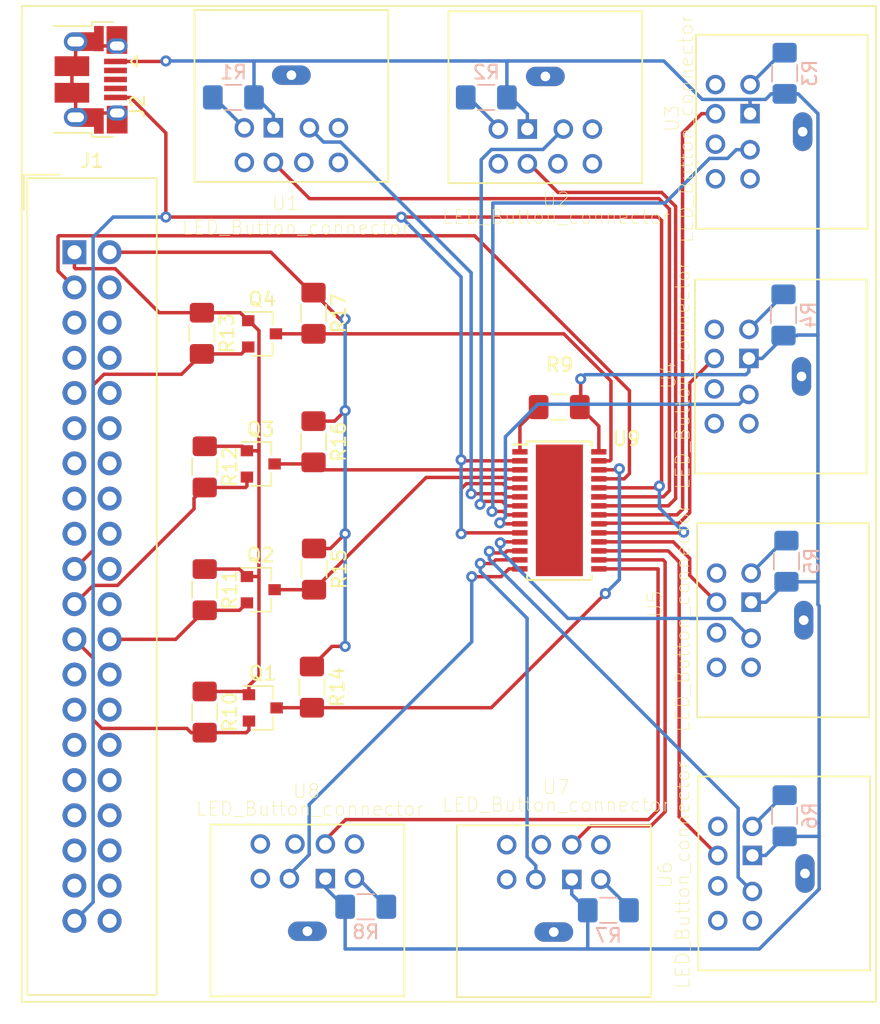
<source format=kicad_pcb>
(kicad_pcb (version 20171130) (host pcbnew 5.1.4-e60b266~84~ubuntu18.04.1)

  (general
    (thickness 1.6)
    (drawings 5)
    (tracks 357)
    (zones 0)
    (modules 32)
    (nets 75)
  )

  (page A4)
  (layers
    (0 F.Cu signal)
    (31 B.Cu signal)
    (32 B.Adhes user)
    (33 F.Adhes user)
    (34 B.Paste user)
    (35 F.Paste user)
    (36 B.SilkS user)
    (37 F.SilkS user)
    (38 B.Mask user)
    (39 F.Mask user)
    (40 Dwgs.User user)
    (41 Cmts.User user)
    (42 Eco1.User user)
    (43 Eco2.User user)
    (44 Edge.Cuts user)
    (45 Margin user)
    (46 B.CrtYd user)
    (47 F.CrtYd user)
    (48 B.Fab user)
    (49 F.Fab user)
  )

  (setup
    (last_trace_width 0.25)
    (trace_clearance 0.2)
    (zone_clearance 0.508)
    (zone_45_only no)
    (trace_min 0.2)
    (via_size 0.8)
    (via_drill 0.4)
    (via_min_size 0.4)
    (via_min_drill 0.3)
    (uvia_size 0.3)
    (uvia_drill 0.1)
    (uvias_allowed no)
    (uvia_min_size 0.2)
    (uvia_min_drill 0.1)
    (edge_width 0.05)
    (segment_width 0.2)
    (pcb_text_width 0.3)
    (pcb_text_size 1.5 1.5)
    (mod_edge_width 0.12)
    (mod_text_size 1 1)
    (mod_text_width 0.15)
    (pad_size 1.425 1.75)
    (pad_drill 0)
    (pad_to_mask_clearance 0.051)
    (solder_mask_min_width 0.25)
    (aux_axis_origin 0 0)
    (visible_elements FFFFFF7F)
    (pcbplotparams
      (layerselection 0x010fc_ffffffff)
      (usegerberextensions false)
      (usegerberattributes false)
      (usegerberadvancedattributes false)
      (creategerberjobfile false)
      (excludeedgelayer true)
      (linewidth 0.100000)
      (plotframeref false)
      (viasonmask false)
      (mode 1)
      (useauxorigin false)
      (hpglpennumber 1)
      (hpglpenspeed 20)
      (hpglpendiameter 15.000000)
      (psnegative false)
      (psa4output false)
      (plotreference true)
      (plotvalue true)
      (plotinvisibletext false)
      (padsonsilk false)
      (subtractmaskfromsilk false)
      (outputformat 1)
      (mirror false)
      (drillshape 1)
      (scaleselection 1)
      (outputdirectory ""))
  )

  (net 0 "")
  (net 1 /5V_source)
  (net 2 "Net-(J1-Pad4)")
  (net 3 "Net-(J1-Pad5)")
  (net 4 GND)
  (net 5 "Net-(J1-Pad7)")
  (net 6 "Net-(J1-Pad8)")
  (net 7 "Net-(J1-Pad10)")
  (net 8 "Net-(J1-Pad11)")
  (net 9 "Net-(J1-Pad12)")
  (net 10 "Net-(J1-Pad13)")
  (net 11 /Reset)
  (net 12 "Net-(J1-Pad16)")
  (net 13 /3V_source)
  (net 14 "Net-(J1-Pad18)")
  (net 15 /MOSI_3V)
  (net 16 /MISO_3V)
  (net 17 "Net-(J1-Pad22)")
  (net 18 /SCLK_3V)
  (net 19 /chipSelect-LED_3V)
  (net 20 "Net-(J1-Pad26)")
  (net 21 "Net-(J1-Pad27)")
  (net 22 "Net-(J1-Pad28)")
  (net 23 "Net-(J1-Pad29)")
  (net 24 "Net-(J1-Pad31)")
  (net 25 "Net-(J1-Pad32)")
  (net 26 "Net-(J1-Pad33)")
  (net 27 "Net-(J1-Pad35)")
  (net 28 "Net-(J1-Pad36)")
  (net 29 "Net-(J1-Pad37)")
  (net 30 "Net-(J1-Pad38)")
  (net 31 "Net-(J1-Pad40)")
  (net 32 "Net-(J2-Pad6)")
  (net 33 +5V)
  (net 34 "Net-(J2-Pad2)")
  (net 35 "Net-(J2-Pad3)")
  (net 36 "Net-(J2-Pad4)")
  (net 37 /SCLK_5V)
  (net 38 /chipSelect-LED_5V)
  (net 39 /MISO_5V)
  (net 40 /MOSI_5V)
  (net 41 "Net-(R1-Pad2)")
  (net 42 "Net-(R2-Pad2)")
  (net 43 "Net-(R3-Pad2)")
  (net 44 "Net-(R4-Pad2)")
  (net 45 "Net-(R5-Pad2)")
  (net 46 "Net-(R6-Pad2)")
  (net 47 "Net-(R7-Pad2)")
  (net 48 "Net-(R8-Pad2)")
  (net 49 "Net-(R9-Pad2)")
  (net 50 /Button0)
  (net 51 /LED0)
  (net 52 /Button1)
  (net 53 /LED1)
  (net 54 /LED2)
  (net 55 /Button2)
  (net 56 /LED3)
  (net 57 /Button3)
  (net 58 /LED4)
  (net 59 /Button4)
  (net 60 /Button5)
  (net 61 /LED5)
  (net 62 /LED6)
  (net 63 /Button6)
  (net 64 /Button7)
  (net 65 /LED7)
  (net 66 "Net-(J1-Pad6)")
  (net 67 "Net-(J1-Pad9)")
  (net 68 "Net-(J1-Pad14)")
  (net 69 "Net-(J1-Pad17)")
  (net 70 "Net-(J1-Pad20)")
  (net 71 "Net-(J1-Pad25)")
  (net 72 "Net-(J1-Pad30)")
  (net 73 "Net-(J1-Pad34)")
  (net 74 "Net-(J1-Pad15)")

  (net_class Default "This is the default net class."
    (clearance 0.2)
    (trace_width 0.25)
    (via_dia 0.8)
    (via_drill 0.4)
    (uvia_dia 0.3)
    (uvia_drill 0.1)
    (add_net +5V)
    (add_net /3V_source)
    (add_net /5V_source)
    (add_net /Button0)
    (add_net /Button1)
    (add_net /Button2)
    (add_net /Button3)
    (add_net /Button4)
    (add_net /Button5)
    (add_net /Button6)
    (add_net /Button7)
    (add_net /LED0)
    (add_net /LED1)
    (add_net /LED2)
    (add_net /LED3)
    (add_net /LED4)
    (add_net /LED5)
    (add_net /LED6)
    (add_net /LED7)
    (add_net /MISO_3V)
    (add_net /MISO_5V)
    (add_net /MOSI_3V)
    (add_net /MOSI_5V)
    (add_net /Reset)
    (add_net /SCLK_3V)
    (add_net /SCLK_5V)
    (add_net /chipSelect-LED_3V)
    (add_net /chipSelect-LED_5V)
    (add_net GND)
    (add_net "Net-(J1-Pad10)")
    (add_net "Net-(J1-Pad11)")
    (add_net "Net-(J1-Pad12)")
    (add_net "Net-(J1-Pad13)")
    (add_net "Net-(J1-Pad14)")
    (add_net "Net-(J1-Pad15)")
    (add_net "Net-(J1-Pad16)")
    (add_net "Net-(J1-Pad17)")
    (add_net "Net-(J1-Pad18)")
    (add_net "Net-(J1-Pad20)")
    (add_net "Net-(J1-Pad22)")
    (add_net "Net-(J1-Pad25)")
    (add_net "Net-(J1-Pad26)")
    (add_net "Net-(J1-Pad27)")
    (add_net "Net-(J1-Pad28)")
    (add_net "Net-(J1-Pad29)")
    (add_net "Net-(J1-Pad30)")
    (add_net "Net-(J1-Pad31)")
    (add_net "Net-(J1-Pad32)")
    (add_net "Net-(J1-Pad33)")
    (add_net "Net-(J1-Pad34)")
    (add_net "Net-(J1-Pad35)")
    (add_net "Net-(J1-Pad36)")
    (add_net "Net-(J1-Pad37)")
    (add_net "Net-(J1-Pad38)")
    (add_net "Net-(J1-Pad4)")
    (add_net "Net-(J1-Pad40)")
    (add_net "Net-(J1-Pad5)")
    (add_net "Net-(J1-Pad6)")
    (add_net "Net-(J1-Pad7)")
    (add_net "Net-(J1-Pad8)")
    (add_net "Net-(J1-Pad9)")
    (add_net "Net-(J2-Pad2)")
    (add_net "Net-(J2-Pad3)")
    (add_net "Net-(J2-Pad4)")
    (add_net "Net-(J2-Pad6)")
    (add_net "Net-(R1-Pad2)")
    (add_net "Net-(R2-Pad2)")
    (add_net "Net-(R3-Pad2)")
    (add_net "Net-(R4-Pad2)")
    (add_net "Net-(R5-Pad2)")
    (add_net "Net-(R6-Pad2)")
    (add_net "Net-(R7-Pad2)")
    (add_net "Net-(R8-Pad2)")
    (add_net "Net-(R9-Pad2)")
  )

  (module Package_SO:HTSSOP-28-1EP_4.4x9.7mm_P0.65mm_EP3.4x9.5mm (layer F.Cu) (tedit 5A671A52) (tstamp 5DC9DF73)
    (at 165.844 101.434)
    (descr "HTSSOP28: plastic thin shrink small outline package; 28 leads; body width 4.4 mm; thermal pad")
    (tags "TSSOP HTSSOP 0.65 thermal pad")
    (path /5DC3894E)
    (attr smd)
    (fp_text reference U9 (at 4.844 -5.168) (layer F.SilkS)
      (effects (font (size 1 1) (thickness 0.15)))
    )
    (fp_text value LED_shift_register_SPI (at 0 5.9) (layer F.Fab)
      (effects (font (size 1 1) (thickness 0.15)))
    )
    (fp_line (start -1.2 -4.85) (end 2.2 -4.85) (layer F.Fab) (width 0.15))
    (fp_line (start 2.2 -4.85) (end 2.2 4.85) (layer F.Fab) (width 0.15))
    (fp_line (start 2.2 4.9008) (end -2.2 4.9008) (layer F.Fab) (width 0.15))
    (fp_line (start -2.2 4.85) (end -2.2 -3.85) (layer F.Fab) (width 0.15))
    (fp_line (start -2.2 -3.85) (end -1.2 -4.85) (layer F.Fab) (width 0.15))
    (fp_line (start -3.65 -5.15) (end -3.65 5.15) (layer F.CrtYd) (width 0.05))
    (fp_line (start 3.65 -5.15) (end 3.65 5.15) (layer F.CrtYd) (width 0.05))
    (fp_line (start -3.65 -5.15) (end 3.65 -5.15) (layer F.CrtYd) (width 0.05))
    (fp_line (start -3.65 5.15) (end 3.65 5.15) (layer F.CrtYd) (width 0.05))
    (fp_line (start -2.325 -4.975) (end -2.325 -4.75) (layer F.SilkS) (width 0.15))
    (fp_line (start 2.325 -4.975) (end 2.325 -4.65) (layer F.SilkS) (width 0.15))
    (fp_line (start 2.325 5.0258) (end 2.325 4.7008) (layer F.SilkS) (width 0.15))
    (fp_line (start -2.325 5.0258) (end -2.325 4.7008) (layer F.SilkS) (width 0.15))
    (fp_line (start -2.325 -4.975) (end 2.325 -4.975) (layer F.SilkS) (width 0.15))
    (fp_line (start -2.325 5.0258) (end 2.325 5.0258) (layer F.SilkS) (width 0.15))
    (fp_line (start -2.325 -4.75) (end -3.4 -4.75) (layer F.SilkS) (width 0.15))
    (fp_text user %R (at 0 0) (layer F.Fab)
      (effects (font (size 0.8 0.8) (thickness 0.15)))
    )
    (pad 1 smd rect (at -2.85 -4.225) (size 1.1 0.4) (layers F.Cu F.Paste F.Mask)
      (net 49 "Net-(R9-Pad2)"))
    (pad 2 smd rect (at -2.85 -3.575) (size 1.1 0.4) (layers F.Cu F.Paste F.Mask)
      (net 4 GND))
    (pad 3 smd rect (at -2.85 -2.925) (size 1.1 0.4) (layers F.Cu F.Paste F.Mask)
      (net 39 /MISO_5V))
    (pad 4 smd rect (at -2.85 -2.275) (size 1.1 0.4) (layers F.Cu F.Paste F.Mask)
      (net 38 /chipSelect-LED_5V))
    (pad 5 smd rect (at -2.85 -1.625) (size 1.1 0.4) (layers F.Cu F.Paste F.Mask)
      (net 4 GND))
    (pad 6 smd rect (at -2.85 -0.975) (size 1.1 0.4) (layers F.Cu F.Paste F.Mask)
      (net 51 /LED0))
    (pad 7 smd rect (at -2.85 -0.325) (size 1.1 0.4) (layers F.Cu F.Paste F.Mask)
      (net 53 /LED1))
    (pad 8 smd rect (at -2.85 0.325) (size 1.1 0.4) (layers F.Cu F.Paste F.Mask)
      (net 54 /LED2))
    (pad 9 smd rect (at -2.85 0.975) (size 1.1 0.4) (layers F.Cu F.Paste F.Mask)
      (net 56 /LED3))
    (pad 10 smd rect (at -2.85 1.625) (size 1.1 0.4) (layers F.Cu F.Paste F.Mask)
      (net 4 GND))
    (pad 11 smd rect (at -2.85 2.275) (size 1.1 0.4) (layers F.Cu F.Paste F.Mask)
      (net 58 /LED4))
    (pad 12 smd rect (at -2.85 2.925) (size 1.1 0.4) (layers F.Cu F.Paste F.Mask)
      (net 61 /LED5))
    (pad 13 smd rect (at -2.85 3.575) (size 1.1 0.4) (layers F.Cu F.Paste F.Mask)
      (net 62 /LED6))
    (pad 14 smd rect (at -2.85 4.225) (size 1.1 0.4) (layers F.Cu F.Paste F.Mask)
      (net 65 /LED7))
    (pad 15 smd rect (at 2.85 4.225) (size 1.1 0.4) (layers F.Cu F.Paste F.Mask)
      (net 64 /Button7))
    (pad 16 smd rect (at 2.85 3.575) (size 1.1 0.4) (layers F.Cu F.Paste F.Mask)
      (net 63 /Button6))
    (pad 17 smd rect (at 2.85 2.925) (size 1.1 0.4) (layers F.Cu F.Paste F.Mask)
      (net 60 /Button5))
    (pad 18 smd rect (at 2.85 2.275) (size 1.1 0.4) (layers F.Cu F.Paste F.Mask)
      (net 59 /Button4))
    (pad 19 smd rect (at 2.85 1.625) (size 1.1 0.4) (layers F.Cu F.Paste F.Mask)
      (net 4 GND))
    (pad 20 smd rect (at 2.85 0.975) (size 1.1 0.4) (layers F.Cu F.Paste F.Mask)
      (net 57 /Button3))
    (pad 21 smd rect (at 2.85 0.325) (size 1.1 0.4) (layers F.Cu F.Paste F.Mask)
      (net 55 /Button2))
    (pad 22 smd rect (at 2.85 -0.325) (size 1.1 0.4) (layers F.Cu F.Paste F.Mask)
      (net 52 /Button1))
    (pad 23 smd rect (at 2.85 -0.975) (size 1.1 0.4) (layers F.Cu F.Paste F.Mask)
      (net 50 /Button0))
    (pad 24 smd rect (at 2.85 -1.625) (size 1.1 0.4) (layers F.Cu F.Paste F.Mask)
      (net 4 GND))
    (pad 25 smd rect (at 2.85 -2.275) (size 1.1 0.4) (layers F.Cu F.Paste F.Mask)
      (net 11 /Reset))
    (pad 26 smd rect (at 2.85 -2.925) (size 1.1 0.4) (layers F.Cu F.Paste F.Mask)
      (net 37 /SCLK_5V))
    (pad 27 smd rect (at 2.85 -3.575) (size 1.1 0.4) (layers F.Cu F.Paste F.Mask)
      (net 40 /MOSI_5V))
    (pad 28 smd rect (at 2.85 -4.225) (size 1.1 0.4) (layers F.Cu F.Paste F.Mask)
      (net 33 +5V))
    (pad 29 smd rect (at 0 0) (size 3.4 9.5) (layers F.Cu F.Mask))
    (pad "" smd rect (at -0.85 -3.8) (size 1.4 1.6) (layers F.Paste))
    (pad "" smd rect (at 0.85 -3.8) (size 1.4 1.6) (layers F.Paste))
    (pad "" smd rect (at 0.85 -1.9) (size 1.4 1.6) (layers F.Paste))
    (pad "" smd rect (at -0.85 -1.9) (size 1.4 1.6) (layers F.Paste))
    (pad "" smd rect (at 0.85 0) (size 1.4 1.6) (layers F.Paste))
    (pad "" smd rect (at -0.85 0) (size 1.4 1.6) (layers F.Paste))
    (pad "" smd rect (at 0.85 1.9) (size 1.4 1.6) (layers F.Paste))
    (pad "" smd rect (at -0.85 1.9) (size 1.4 1.6) (layers F.Paste))
    (pad "" smd rect (at 0.85 3.8) (size 1.4 1.6) (layers F.Paste))
    (pad "" smd rect (at -0.85 3.8) (size 1.4 1.6) (layers F.Paste))
    (model ${KISYS3DMOD}/Package_SO.3dshapes/HTSSOP-28-1EP_4.4x9.7mm_P0.65mm_EP3.4x9.5mm.wrl
      (at (xyz 0 0 0))
      (scale (xyz 1 1 1))
      (rotate (xyz 0 0 0))
    )
  )

  (module Connector_IDC:IDC-Header_2x20_P2.54mm_Vertical (layer F.Cu) (tedit 59DE12BE) (tstamp 5DC9DCA8)
    (at 130.81 82.804)
    (descr "Through hole straight IDC box header, 2x20, 2.54mm pitch, double rows")
    (tags "Through hole IDC box header THT 2x20 2.54mm double row")
    (path /5DC4AAA2)
    (fp_text reference J1 (at 1.27 -6.604) (layer F.SilkS)
      (effects (font (size 1 1) (thickness 0.15)))
    )
    (fp_text value Raspberry_Pi_2_3 (at 1.27 54.864) (layer F.Fab)
      (effects (font (size 1 1) (thickness 0.15)))
    )
    (fp_text user %R (at 1.27 24.13) (layer F.Fab)
      (effects (font (size 1 1) (thickness 0.15)))
    )
    (fp_line (start 5.695 -5.1) (end 5.695 53.36) (layer F.Fab) (width 0.1))
    (fp_line (start 5.145 -4.56) (end 5.145 52.8) (layer F.Fab) (width 0.1))
    (fp_line (start -3.155 -5.1) (end -3.155 53.36) (layer F.Fab) (width 0.1))
    (fp_line (start -2.605 -4.56) (end -2.605 21.88) (layer F.Fab) (width 0.1))
    (fp_line (start -2.605 26.38) (end -2.605 52.8) (layer F.Fab) (width 0.1))
    (fp_line (start -2.605 21.88) (end -3.155 21.88) (layer F.Fab) (width 0.1))
    (fp_line (start -2.605 26.38) (end -3.155 26.38) (layer F.Fab) (width 0.1))
    (fp_line (start 5.695 -5.1) (end -3.155 -5.1) (layer F.Fab) (width 0.1))
    (fp_line (start 5.145 -4.56) (end -2.605 -4.56) (layer F.Fab) (width 0.1))
    (fp_line (start 5.695 53.36) (end -3.155 53.36) (layer F.Fab) (width 0.1))
    (fp_line (start 5.145 52.8) (end -2.605 52.8) (layer F.Fab) (width 0.1))
    (fp_line (start 5.695 -5.1) (end 5.145 -4.56) (layer F.Fab) (width 0.1))
    (fp_line (start 5.695 53.36) (end 5.145 52.8) (layer F.Fab) (width 0.1))
    (fp_line (start -3.155 -5.1) (end -2.605 -4.56) (layer F.Fab) (width 0.1))
    (fp_line (start -3.155 53.36) (end -2.605 52.8) (layer F.Fab) (width 0.1))
    (fp_line (start 5.95 -5.35) (end 5.95 53.61) (layer F.CrtYd) (width 0.05))
    (fp_line (start 5.95 53.61) (end -3.41 53.61) (layer F.CrtYd) (width 0.05))
    (fp_line (start -3.41 53.61) (end -3.41 -5.35) (layer F.CrtYd) (width 0.05))
    (fp_line (start -3.41 -5.35) (end 5.95 -5.35) (layer F.CrtYd) (width 0.05))
    (fp_line (start 5.945 -5.35) (end 5.945 53.61) (layer F.SilkS) (width 0.12))
    (fp_line (start 5.945 53.61) (end -3.405 53.61) (layer F.SilkS) (width 0.12))
    (fp_line (start -3.405 53.61) (end -3.405 -5.35) (layer F.SilkS) (width 0.12))
    (fp_line (start -3.405 -5.35) (end 5.945 -5.35) (layer F.SilkS) (width 0.12))
    (fp_line (start -3.655 -5.6) (end -3.655 -3.06) (layer F.SilkS) (width 0.12))
    (fp_line (start -3.655 -5.6) (end -1.115 -5.6) (layer F.SilkS) (width 0.12))
    (pad 1 thru_hole rect (at 0 0) (size 1.7272 1.7272) (drill 1.016) (layers *.Cu *.Mask)
      (net 13 /3V_source))
    (pad 2 thru_hole oval (at 2.54 0) (size 1.7272 1.7272) (drill 1.016) (layers *.Cu *.Mask)
      (net 1 /5V_source))
    (pad 3 thru_hole oval (at 0 2.54) (size 1.7272 1.7272) (drill 1.016) (layers *.Cu *.Mask)
      (net 11 /Reset))
    (pad 4 thru_hole oval (at 2.54 2.54) (size 1.7272 1.7272) (drill 1.016) (layers *.Cu *.Mask)
      (net 2 "Net-(J1-Pad4)"))
    (pad 5 thru_hole oval (at 0 5.08) (size 1.7272 1.7272) (drill 1.016) (layers *.Cu *.Mask)
      (net 3 "Net-(J1-Pad5)"))
    (pad 6 thru_hole oval (at 2.54 5.08) (size 1.7272 1.7272) (drill 1.016) (layers *.Cu *.Mask)
      (net 66 "Net-(J1-Pad6)"))
    (pad 7 thru_hole oval (at 0 7.62) (size 1.7272 1.7272) (drill 1.016) (layers *.Cu *.Mask)
      (net 5 "Net-(J1-Pad7)"))
    (pad 8 thru_hole oval (at 2.54 7.62) (size 1.7272 1.7272) (drill 1.016) (layers *.Cu *.Mask)
      (net 6 "Net-(J1-Pad8)"))
    (pad 9 thru_hole oval (at 0 10.16) (size 1.7272 1.7272) (drill 1.016) (layers *.Cu *.Mask)
      (net 67 "Net-(J1-Pad9)"))
    (pad 10 thru_hole oval (at 2.54 10.16) (size 1.7272 1.7272) (drill 1.016) (layers *.Cu *.Mask)
      (net 7 "Net-(J1-Pad10)"))
    (pad 11 thru_hole oval (at 0 12.7) (size 1.7272 1.7272) (drill 1.016) (layers *.Cu *.Mask)
      (net 8 "Net-(J1-Pad11)"))
    (pad 12 thru_hole oval (at 2.54 12.7) (size 1.7272 1.7272) (drill 1.016) (layers *.Cu *.Mask)
      (net 9 "Net-(J1-Pad12)"))
    (pad 13 thru_hole oval (at 0 15.24) (size 1.7272 1.7272) (drill 1.016) (layers *.Cu *.Mask)
      (net 10 "Net-(J1-Pad13)"))
    (pad 14 thru_hole oval (at 2.54 15.24) (size 1.7272 1.7272) (drill 1.016) (layers *.Cu *.Mask)
      (net 68 "Net-(J1-Pad14)"))
    (pad 15 thru_hole oval (at 0 17.78) (size 1.7272 1.7272) (drill 1.016) (layers *.Cu *.Mask)
      (net 74 "Net-(J1-Pad15)"))
    (pad 16 thru_hole oval (at 2.54 17.78) (size 1.7272 1.7272) (drill 1.016) (layers *.Cu *.Mask)
      (net 12 "Net-(J1-Pad16)"))
    (pad 17 thru_hole oval (at 0 20.32) (size 1.7272 1.7272) (drill 1.016) (layers *.Cu *.Mask)
      (net 69 "Net-(J1-Pad17)"))
    (pad 18 thru_hole oval (at 2.54 20.32) (size 1.7272 1.7272) (drill 1.016) (layers *.Cu *.Mask)
      (net 14 "Net-(J1-Pad18)"))
    (pad 19 thru_hole oval (at 0 22.86) (size 1.7272 1.7272) (drill 1.016) (layers *.Cu *.Mask)
      (net 15 /MOSI_3V))
    (pad 20 thru_hole oval (at 2.54 22.86) (size 1.7272 1.7272) (drill 1.016) (layers *.Cu *.Mask)
      (net 70 "Net-(J1-Pad20)"))
    (pad 21 thru_hole oval (at 0 25.4) (size 1.7272 1.7272) (drill 1.016) (layers *.Cu *.Mask)
      (net 16 /MISO_3V))
    (pad 22 thru_hole oval (at 2.54 25.4) (size 1.7272 1.7272) (drill 1.016) (layers *.Cu *.Mask)
      (net 17 "Net-(J1-Pad22)"))
    (pad 23 thru_hole oval (at 0 27.94) (size 1.7272 1.7272) (drill 1.016) (layers *.Cu *.Mask)
      (net 18 /SCLK_3V))
    (pad 24 thru_hole oval (at 2.54 27.94) (size 1.7272 1.7272) (drill 1.016) (layers *.Cu *.Mask)
      (net 19 /chipSelect-LED_3V))
    (pad 25 thru_hole oval (at 0 30.48) (size 1.7272 1.7272) (drill 1.016) (layers *.Cu *.Mask)
      (net 71 "Net-(J1-Pad25)"))
    (pad 26 thru_hole oval (at 2.54 30.48) (size 1.7272 1.7272) (drill 1.016) (layers *.Cu *.Mask)
      (net 20 "Net-(J1-Pad26)"))
    (pad 27 thru_hole oval (at 0 33.02) (size 1.7272 1.7272) (drill 1.016) (layers *.Cu *.Mask)
      (net 21 "Net-(J1-Pad27)"))
    (pad 28 thru_hole oval (at 2.54 33.02) (size 1.7272 1.7272) (drill 1.016) (layers *.Cu *.Mask)
      (net 22 "Net-(J1-Pad28)"))
    (pad 29 thru_hole oval (at 0 35.56) (size 1.7272 1.7272) (drill 1.016) (layers *.Cu *.Mask)
      (net 23 "Net-(J1-Pad29)"))
    (pad 30 thru_hole oval (at 2.54 35.56) (size 1.7272 1.7272) (drill 1.016) (layers *.Cu *.Mask)
      (net 72 "Net-(J1-Pad30)"))
    (pad 31 thru_hole oval (at 0 38.1) (size 1.7272 1.7272) (drill 1.016) (layers *.Cu *.Mask)
      (net 24 "Net-(J1-Pad31)"))
    (pad 32 thru_hole oval (at 2.54 38.1) (size 1.7272 1.7272) (drill 1.016) (layers *.Cu *.Mask)
      (net 25 "Net-(J1-Pad32)"))
    (pad 33 thru_hole oval (at 0 40.64) (size 1.7272 1.7272) (drill 1.016) (layers *.Cu *.Mask)
      (net 26 "Net-(J1-Pad33)"))
    (pad 34 thru_hole oval (at 2.54 40.64) (size 1.7272 1.7272) (drill 1.016) (layers *.Cu *.Mask)
      (net 73 "Net-(J1-Pad34)"))
    (pad 35 thru_hole oval (at 0 43.18) (size 1.7272 1.7272) (drill 1.016) (layers *.Cu *.Mask)
      (net 27 "Net-(J1-Pad35)"))
    (pad 36 thru_hole oval (at 2.54 43.18) (size 1.7272 1.7272) (drill 1.016) (layers *.Cu *.Mask)
      (net 28 "Net-(J1-Pad36)"))
    (pad 37 thru_hole oval (at 0 45.72) (size 1.7272 1.7272) (drill 1.016) (layers *.Cu *.Mask)
      (net 29 "Net-(J1-Pad37)"))
    (pad 38 thru_hole oval (at 2.54 45.72) (size 1.7272 1.7272) (drill 1.016) (layers *.Cu *.Mask)
      (net 30 "Net-(J1-Pad38)"))
    (pad 39 thru_hole oval (at 0 48.26) (size 1.7272 1.7272) (drill 1.016) (layers *.Cu *.Mask)
      (net 4 GND))
    (pad 40 thru_hole oval (at 2.54 48.26) (size 1.7272 1.7272) (drill 1.016) (layers *.Cu *.Mask)
      (net 31 "Net-(J1-Pad40)"))
    (model ${KISYS3DMOD}/Connector_IDC.3dshapes/IDC-Header_2x20_P2.54mm_Vertical.wrl
      (at (xyz 0 0 0))
      (scale (xyz 1 1 1))
      (rotate (xyz 0 0 0))
    )
  )

  (module Connector_USB:USB_Micro-B_Amphenol_10103594-0001LF_Horizontal (layer F.Cu) (tedit 5A1DC0BD) (tstamp 5DC9F73D)
    (at 132.011 70.358 270)
    (descr "Micro USB Type B 10103594-0001LF, http://cdn.amphenol-icc.com/media/wysiwyg/files/drawing/10103594.pdf")
    (tags "USB USB_B USB_micro USB_OTG")
    (path /5DD902A6)
    (attr smd)
    (fp_text reference J2 (at 1.925 -3.365 90) (layer F.SilkS)
      (effects (font (size 1 1) (thickness 0.15)))
    )
    (fp_text value USB_B_Micro (at -0.025 4.435 90) (layer F.Fab)
      (effects (font (size 1 1) (thickness 0.15)))
    )
    (fp_text user "PCB edge" (at -0.025 2.235 90) (layer Dwgs.User)
      (effects (font (size 0.5 0.5) (thickness 0.075)))
    )
    (fp_text user %R (at -0.025 -0.015) (layer F.Fab)
      (effects (font (size 1 1) (thickness 0.15)))
    )
    (fp_line (start -4.175 -0.065) (end -4.175 -1.615) (layer F.SilkS) (width 0.12))
    (fp_line (start -4.175 -0.065) (end -3.875 -0.065) (layer F.SilkS) (width 0.12))
    (fp_line (start -3.875 2.735) (end -3.875 -0.065) (layer F.SilkS) (width 0.12))
    (fp_line (start 4.125 -0.065) (end 4.125 -1.615) (layer F.SilkS) (width 0.12))
    (fp_line (start 3.825 -0.065) (end 4.125 -0.065) (layer F.SilkS) (width 0.12))
    (fp_line (start 3.825 2.735) (end 3.825 -0.065) (layer F.SilkS) (width 0.12))
    (fp_line (start -0.925 -3.315) (end -1.325 -2.865) (layer F.SilkS) (width 0.12))
    (fp_line (start -1.725 -3.315) (end -0.925 -3.315) (layer F.SilkS) (width 0.12))
    (fp_line (start -1.325 -2.865) (end -1.725 -3.315) (layer F.SilkS) (width 0.12))
    (fp_line (start -3.775 -0.865) (end -2.975 -1.615) (layer F.Fab) (width 0.12))
    (fp_line (start 3.725 3.335) (end -3.775 3.335) (layer F.Fab) (width 0.12))
    (fp_line (start 3.725 -1.615) (end 3.725 3.335) (layer F.Fab) (width 0.12))
    (fp_line (start -2.975 -1.615) (end 3.725 -1.615) (layer F.Fab) (width 0.12))
    (fp_line (start -3.775 3.335) (end -3.775 -0.865) (layer F.Fab) (width 0.12))
    (fp_line (start -4.025 2.835) (end 3.975 2.835) (layer Dwgs.User) (width 0.1))
    (fp_line (start -4.13 -2.88) (end 4.14 -2.88) (layer F.CrtYd) (width 0.05))
    (fp_line (start -4.13 -2.88) (end -4.13 3.58) (layer F.CrtYd) (width 0.05))
    (fp_line (start 4.14 3.58) (end 4.14 -2.88) (layer F.CrtYd) (width 0.05))
    (fp_line (start 4.14 3.58) (end -4.13 3.58) (layer F.CrtYd) (width 0.05))
    (pad 6 smd rect (at 2.725 0.185 270) (size 1.35 2) (layers F.Cu F.Paste F.Mask)
      (net 32 "Net-(J2-Pad6)"))
    (pad 6 smd rect (at -2.755 0.185 270) (size 1.35 2) (layers F.Cu F.Paste F.Mask)
      (net 32 "Net-(J2-Pad6)"))
    (pad 6 smd rect (at -2.975 -0.565 270) (size 1.825 0.7) (layers F.Cu F.Paste F.Mask)
      (net 32 "Net-(J2-Pad6)"))
    (pad 6 smd rect (at 2.975 -0.565 270) (size 1.825 0.7) (layers F.Cu F.Paste F.Mask)
      (net 32 "Net-(J2-Pad6)"))
    (pad 6 smd rect (at -2.875 -1.865 270) (size 2 1.5) (layers F.Cu F.Paste F.Mask)
      (net 32 "Net-(J2-Pad6)"))
    (pad 6 smd rect (at 2.875 -1.885 270) (size 2 1.5) (layers F.Cu F.Paste F.Mask)
      (net 32 "Net-(J2-Pad6)"))
    (pad 1 smd rect (at -1.325 -1.765) (size 1.65 0.4) (layers F.Cu F.Paste F.Mask)
      (net 33 +5V))
    (pad 2 smd rect (at -0.675 -1.765) (size 1.65 0.4) (layers F.Cu F.Paste F.Mask)
      (net 34 "Net-(J2-Pad2)"))
    (pad 3 smd rect (at -0.025 -1.765) (size 1.65 0.4) (layers F.Cu F.Paste F.Mask)
      (net 35 "Net-(J2-Pad3)"))
    (pad 4 smd rect (at 0.625 -1.765) (size 1.65 0.4) (layers F.Cu F.Paste F.Mask)
      (net 36 "Net-(J2-Pad4)"))
    (pad 5 smd rect (at 1.275 -1.765) (size 1.65 0.4) (layers F.Cu F.Paste F.Mask)
      (net 4 GND))
    (pad 6 thru_hole oval (at -2.445 -1.885) (size 1.5 1.1) (drill oval 1.05 0.65) (layers *.Cu *.Mask)
      (net 32 "Net-(J2-Pad6)"))
    (pad 6 thru_hole oval (at 2.395 -1.885) (size 1.5 1.1) (drill oval 1.05 0.65) (layers *.Cu *.Mask)
      (net 32 "Net-(J2-Pad6)"))
    (pad 6 thru_hole oval (at -2.755 1.115) (size 1.7 1.35) (drill oval 1.2 0.7) (layers *.Cu *.Mask)
      (net 32 "Net-(J2-Pad6)"))
    (pad 6 thru_hole oval (at 2.705 1.115) (size 1.7 1.35) (drill oval 1.2 0.7) (layers *.Cu *.Mask)
      (net 32 "Net-(J2-Pad6)"))
    (pad 6 smd rect (at -0.985 1.385) (size 2.5 1.43) (layers F.Cu F.Paste F.Mask)
      (net 32 "Net-(J2-Pad6)"))
    (pad 6 smd rect (at 0.935 1.385) (size 2.5 1.43) (layers F.Cu F.Paste F.Mask)
      (net 32 "Net-(J2-Pad6)"))
    (model ${KISYS3DMOD}/Connector_USB.3dshapes/USB_Micro-B_Amphenol_10103594-0001LF_Horizontal.wrl
      (at (xyz 0 0 0))
      (scale (xyz 1 1 1))
      (rotate (xyz 0 0 0))
    )
  )

  (module Package_TO_SOT_SMD:SOT-23 (layer F.Cu) (tedit 5A02FF57) (tstamp 5DC9DCE7)
    (at 144.416 115.694)
    (descr "SOT-23, Standard")
    (tags SOT-23)
    (path /5DCC36DC)
    (attr smd)
    (fp_text reference Q1 (at 0 -2.5) (layer F.SilkS)
      (effects (font (size 1 1) (thickness 0.15)))
    )
    (fp_text value BSN20 (at 0 2.5) (layer F.Fab)
      (effects (font (size 1 1) (thickness 0.15)))
    )
    (fp_line (start 0.76 1.58) (end -0.7 1.58) (layer F.SilkS) (width 0.12))
    (fp_line (start 0.76 -1.58) (end -1.4 -1.58) (layer F.SilkS) (width 0.12))
    (fp_line (start -1.7 1.75) (end -1.7 -1.75) (layer F.CrtYd) (width 0.05))
    (fp_line (start 1.7 1.75) (end -1.7 1.75) (layer F.CrtYd) (width 0.05))
    (fp_line (start 1.7 -1.75) (end 1.7 1.75) (layer F.CrtYd) (width 0.05))
    (fp_line (start -1.7 -1.75) (end 1.7 -1.75) (layer F.CrtYd) (width 0.05))
    (fp_line (start 0.76 -1.58) (end 0.76 -0.65) (layer F.SilkS) (width 0.12))
    (fp_line (start 0.76 1.58) (end 0.76 0.65) (layer F.SilkS) (width 0.12))
    (fp_line (start -0.7 1.52) (end 0.7 1.52) (layer F.Fab) (width 0.1))
    (fp_line (start 0.7 -1.52) (end 0.7 1.52) (layer F.Fab) (width 0.1))
    (fp_line (start -0.7 -0.95) (end -0.15 -1.52) (layer F.Fab) (width 0.1))
    (fp_line (start -0.15 -1.52) (end 0.7 -1.52) (layer F.Fab) (width 0.1))
    (fp_line (start -0.7 -0.95) (end -0.7 1.5) (layer F.Fab) (width 0.1))
    (fp_text user %R (at 0 0 90) (layer F.Fab)
      (effects (font (size 0.5 0.5) (thickness 0.075)))
    )
    (pad 3 smd rect (at 1 0) (size 0.9 0.8) (layers F.Cu F.Paste F.Mask)
      (net 37 /SCLK_5V))
    (pad 2 smd rect (at -1 0.95) (size 0.9 0.8) (layers F.Cu F.Paste F.Mask)
      (net 18 /SCLK_3V))
    (pad 1 smd rect (at -1 -0.95) (size 0.9 0.8) (layers F.Cu F.Paste F.Mask)
      (net 13 /3V_source))
    (model ${KISYS3DMOD}/Package_TO_SOT_SMD.3dshapes/SOT-23.wrl
      (at (xyz 0 0 0))
      (scale (xyz 1 1 1))
      (rotate (xyz 0 0 0))
    )
  )

  (module Package_TO_SOT_SMD:SOT-23 (layer F.Cu) (tedit 5A02FF57) (tstamp 5DC9EB0F)
    (at 144.27 107.162)
    (descr "SOT-23, Standard")
    (tags SOT-23)
    (path /5DCCB66C)
    (attr smd)
    (fp_text reference Q2 (at 0 -2.5) (layer F.SilkS)
      (effects (font (size 1 1) (thickness 0.15)))
    )
    (fp_text value BSN20 (at 0 2.5) (layer F.Fab)
      (effects (font (size 1 1) (thickness 0.15)))
    )
    (fp_text user %R (at 0 0 90) (layer F.Fab)
      (effects (font (size 0.5 0.5) (thickness 0.075)))
    )
    (fp_line (start -0.7 -0.95) (end -0.7 1.5) (layer F.Fab) (width 0.1))
    (fp_line (start -0.15 -1.52) (end 0.7 -1.52) (layer F.Fab) (width 0.1))
    (fp_line (start -0.7 -0.95) (end -0.15 -1.52) (layer F.Fab) (width 0.1))
    (fp_line (start 0.7 -1.52) (end 0.7 1.52) (layer F.Fab) (width 0.1))
    (fp_line (start -0.7 1.52) (end 0.7 1.52) (layer F.Fab) (width 0.1))
    (fp_line (start 0.76 1.58) (end 0.76 0.65) (layer F.SilkS) (width 0.12))
    (fp_line (start 0.76 -1.58) (end 0.76 -0.65) (layer F.SilkS) (width 0.12))
    (fp_line (start -1.7 -1.75) (end 1.7 -1.75) (layer F.CrtYd) (width 0.05))
    (fp_line (start 1.7 -1.75) (end 1.7 1.75) (layer F.CrtYd) (width 0.05))
    (fp_line (start 1.7 1.75) (end -1.7 1.75) (layer F.CrtYd) (width 0.05))
    (fp_line (start -1.7 1.75) (end -1.7 -1.75) (layer F.CrtYd) (width 0.05))
    (fp_line (start 0.76 -1.58) (end -1.4 -1.58) (layer F.SilkS) (width 0.12))
    (fp_line (start 0.76 1.58) (end -0.7 1.58) (layer F.SilkS) (width 0.12))
    (pad 1 smd rect (at -1 -0.95) (size 0.9 0.8) (layers F.Cu F.Paste F.Mask)
      (net 13 /3V_source))
    (pad 2 smd rect (at -1 0.95) (size 0.9 0.8) (layers F.Cu F.Paste F.Mask)
      (net 19 /chipSelect-LED_3V))
    (pad 3 smd rect (at 1 0) (size 0.9 0.8) (layers F.Cu F.Paste F.Mask)
      (net 38 /chipSelect-LED_5V))
    (model ${KISYS3DMOD}/Package_TO_SOT_SMD.3dshapes/SOT-23.wrl
      (at (xyz 0 0 0))
      (scale (xyz 1 1 1))
      (rotate (xyz 0 0 0))
    )
  )

  (module Package_TO_SOT_SMD:SOT-23 (layer F.Cu) (tedit 5A02FF57) (tstamp 5DC9DD11)
    (at 144.27 98.084)
    (descr "SOT-23, Standard")
    (tags SOT-23)
    (path /5DCCDB7A)
    (attr smd)
    (fp_text reference Q3 (at 0 -2.5) (layer F.SilkS)
      (effects (font (size 1 1) (thickness 0.15)))
    )
    (fp_text value BSN20 (at 0 2.5) (layer F.Fab)
      (effects (font (size 1 1) (thickness 0.15)))
    )
    (fp_line (start 0.76 1.58) (end -0.7 1.58) (layer F.SilkS) (width 0.12))
    (fp_line (start 0.76 -1.58) (end -1.4 -1.58) (layer F.SilkS) (width 0.12))
    (fp_line (start -1.7 1.75) (end -1.7 -1.75) (layer F.CrtYd) (width 0.05))
    (fp_line (start 1.7 1.75) (end -1.7 1.75) (layer F.CrtYd) (width 0.05))
    (fp_line (start 1.7 -1.75) (end 1.7 1.75) (layer F.CrtYd) (width 0.05))
    (fp_line (start -1.7 -1.75) (end 1.7 -1.75) (layer F.CrtYd) (width 0.05))
    (fp_line (start 0.76 -1.58) (end 0.76 -0.65) (layer F.SilkS) (width 0.12))
    (fp_line (start 0.76 1.58) (end 0.76 0.65) (layer F.SilkS) (width 0.12))
    (fp_line (start -0.7 1.52) (end 0.7 1.52) (layer F.Fab) (width 0.1))
    (fp_line (start 0.7 -1.52) (end 0.7 1.52) (layer F.Fab) (width 0.1))
    (fp_line (start -0.7 -0.95) (end -0.15 -1.52) (layer F.Fab) (width 0.1))
    (fp_line (start -0.15 -1.52) (end 0.7 -1.52) (layer F.Fab) (width 0.1))
    (fp_line (start -0.7 -0.95) (end -0.7 1.5) (layer F.Fab) (width 0.1))
    (fp_text user %R (at 0 0 90) (layer F.Fab)
      (effects (font (size 0.5 0.5) (thickness 0.075)))
    )
    (pad 3 smd rect (at 1 0) (size 0.9 0.8) (layers F.Cu F.Paste F.Mask)
      (net 39 /MISO_5V))
    (pad 2 smd rect (at -1 0.95) (size 0.9 0.8) (layers F.Cu F.Paste F.Mask)
      (net 16 /MISO_3V))
    (pad 1 smd rect (at -1 -0.95) (size 0.9 0.8) (layers F.Cu F.Paste F.Mask)
      (net 13 /3V_source))
    (model ${KISYS3DMOD}/Package_TO_SOT_SMD.3dshapes/SOT-23.wrl
      (at (xyz 0 0 0))
      (scale (xyz 1 1 1))
      (rotate (xyz 0 0 0))
    )
  )

  (module Package_TO_SOT_SMD:SOT-23 (layer F.Cu) (tedit 5A02FF57) (tstamp 5DC9DD26)
    (at 144.366 88.694)
    (descr "SOT-23, Standard")
    (tags SOT-23)
    (path /5DCCFAB8)
    (attr smd)
    (fp_text reference Q4 (at 0 -2.5) (layer F.SilkS)
      (effects (font (size 1 1) (thickness 0.15)))
    )
    (fp_text value BSN20 (at 0 2.5) (layer F.Fab)
      (effects (font (size 1 1) (thickness 0.15)))
    )
    (fp_text user %R (at 0 0 90) (layer F.Fab)
      (effects (font (size 0.5 0.5) (thickness 0.075)))
    )
    (fp_line (start -0.7 -0.95) (end -0.7 1.5) (layer F.Fab) (width 0.1))
    (fp_line (start -0.15 -1.52) (end 0.7 -1.52) (layer F.Fab) (width 0.1))
    (fp_line (start -0.7 -0.95) (end -0.15 -1.52) (layer F.Fab) (width 0.1))
    (fp_line (start 0.7 -1.52) (end 0.7 1.52) (layer F.Fab) (width 0.1))
    (fp_line (start -0.7 1.52) (end 0.7 1.52) (layer F.Fab) (width 0.1))
    (fp_line (start 0.76 1.58) (end 0.76 0.65) (layer F.SilkS) (width 0.12))
    (fp_line (start 0.76 -1.58) (end 0.76 -0.65) (layer F.SilkS) (width 0.12))
    (fp_line (start -1.7 -1.75) (end 1.7 -1.75) (layer F.CrtYd) (width 0.05))
    (fp_line (start 1.7 -1.75) (end 1.7 1.75) (layer F.CrtYd) (width 0.05))
    (fp_line (start 1.7 1.75) (end -1.7 1.75) (layer F.CrtYd) (width 0.05))
    (fp_line (start -1.7 1.75) (end -1.7 -1.75) (layer F.CrtYd) (width 0.05))
    (fp_line (start 0.76 -1.58) (end -1.4 -1.58) (layer F.SilkS) (width 0.12))
    (fp_line (start 0.76 1.58) (end -0.7 1.58) (layer F.SilkS) (width 0.12))
    (pad 1 smd rect (at -1 -0.95) (size 0.9 0.8) (layers F.Cu F.Paste F.Mask)
      (net 13 /3V_source))
    (pad 2 smd rect (at -1 0.95) (size 0.9 0.8) (layers F.Cu F.Paste F.Mask)
      (net 15 /MOSI_3V))
    (pad 3 smd rect (at 1 0) (size 0.9 0.8) (layers F.Cu F.Paste F.Mask)
      (net 40 /MOSI_5V))
    (model ${KISYS3DMOD}/Package_TO_SOT_SMD.3dshapes/SOT-23.wrl
      (at (xyz 0 0 0))
      (scale (xyz 1 1 1))
      (rotate (xyz 0 0 0))
    )
  )

  (module Resistor_SMD:R_1206_3216Metric_Pad1.42x1.75mm_HandSolder (layer B.Cu) (tedit 5B301BBD) (tstamp 5DC9DD37)
    (at 142.2945 71.628 180)
    (descr "Resistor SMD 1206 (3216 Metric), square (rectangular) end terminal, IPC_7351 nominal with elongated pad for handsoldering. (Body size source: http://www.tortai-tech.com/upload/download/2011102023233369053.pdf), generated with kicad-footprint-generator")
    (tags "resistor handsolder")
    (path /5DD28AB5)
    (attr smd)
    (fp_text reference R1 (at 0 1.82) (layer B.SilkS)
      (effects (font (size 1 1) (thickness 0.15)) (justify mirror))
    )
    (fp_text value 10k (at 0 -1.82) (layer B.Fab)
      (effects (font (size 1 1) (thickness 0.15)) (justify mirror))
    )
    (fp_text user %R (at 0 0) (layer B.Fab)
      (effects (font (size 0.8 0.8) (thickness 0.12)) (justify mirror))
    )
    (fp_line (start 2.45 -1.12) (end -2.45 -1.12) (layer B.CrtYd) (width 0.05))
    (fp_line (start 2.45 1.12) (end 2.45 -1.12) (layer B.CrtYd) (width 0.05))
    (fp_line (start -2.45 1.12) (end 2.45 1.12) (layer B.CrtYd) (width 0.05))
    (fp_line (start -2.45 -1.12) (end -2.45 1.12) (layer B.CrtYd) (width 0.05))
    (fp_line (start -0.602064 -0.91) (end 0.602064 -0.91) (layer B.SilkS) (width 0.12))
    (fp_line (start -0.602064 0.91) (end 0.602064 0.91) (layer B.SilkS) (width 0.12))
    (fp_line (start 1.6 -0.8) (end -1.6 -0.8) (layer B.Fab) (width 0.1))
    (fp_line (start 1.6 0.8) (end 1.6 -0.8) (layer B.Fab) (width 0.1))
    (fp_line (start -1.6 0.8) (end 1.6 0.8) (layer B.Fab) (width 0.1))
    (fp_line (start -1.6 -0.8) (end -1.6 0.8) (layer B.Fab) (width 0.1))
    (pad 2 smd roundrect (at 1.4875 0 180) (size 1.425 1.75) (layers B.Cu B.Paste B.Mask) (roundrect_rratio 0.175439)
      (net 41 "Net-(R1-Pad2)"))
    (pad 1 smd roundrect (at -1.4875 0 180) (size 1.425 1.75) (layers B.Cu B.Paste B.Mask) (roundrect_rratio 0.175439)
      (net 33 +5V))
    (model ${KISYS3DMOD}/Resistor_SMD.3dshapes/R_1206_3216Metric.wrl
      (at (xyz 0 0 0))
      (scale (xyz 1 1 1))
      (rotate (xyz 0 0 0))
    )
  )

  (module Resistor_SMD:R_1206_3216Metric_Pad1.42x1.75mm_HandSolder (layer B.Cu) (tedit 5B301BBD) (tstamp 5DCA075E)
    (at 160.5645 71.628 180)
    (descr "Resistor SMD 1206 (3216 Metric), square (rectangular) end terminal, IPC_7351 nominal with elongated pad for handsoldering. (Body size source: http://www.tortai-tech.com/upload/download/2011102023233369053.pdf), generated with kicad-footprint-generator")
    (tags "resistor handsolder")
    (path /5DD29114)
    (attr smd)
    (fp_text reference R2 (at 0 1.82) (layer B.SilkS)
      (effects (font (size 1 1) (thickness 0.15)) (justify mirror))
    )
    (fp_text value 10k (at 0 -1.82) (layer B.Fab)
      (effects (font (size 1 1) (thickness 0.15)) (justify mirror))
    )
    (fp_line (start -1.6 -0.8) (end -1.6 0.8) (layer B.Fab) (width 0.1))
    (fp_line (start -1.6 0.8) (end 1.6 0.8) (layer B.Fab) (width 0.1))
    (fp_line (start 1.6 0.8) (end 1.6 -0.8) (layer B.Fab) (width 0.1))
    (fp_line (start 1.6 -0.8) (end -1.6 -0.8) (layer B.Fab) (width 0.1))
    (fp_line (start -0.602064 0.91) (end 0.602064 0.91) (layer B.SilkS) (width 0.12))
    (fp_line (start -0.602064 -0.91) (end 0.602064 -0.91) (layer B.SilkS) (width 0.12))
    (fp_line (start -2.45 -1.12) (end -2.45 1.12) (layer B.CrtYd) (width 0.05))
    (fp_line (start -2.45 1.12) (end 2.45 1.12) (layer B.CrtYd) (width 0.05))
    (fp_line (start 2.45 1.12) (end 2.45 -1.12) (layer B.CrtYd) (width 0.05))
    (fp_line (start 2.45 -1.12) (end -2.45 -1.12) (layer B.CrtYd) (width 0.05))
    (fp_text user %R (at 0 0) (layer B.Fab)
      (effects (font (size 0.8 0.8) (thickness 0.12)) (justify mirror))
    )
    (pad 1 smd roundrect (at -1.4875 0 180) (size 1.425 1.75) (layers B.Cu B.Paste B.Mask) (roundrect_rratio 0.175439)
      (net 33 +5V))
    (pad 2 smd roundrect (at 1.4875 0 180) (size 1.425 1.75) (layers B.Cu B.Paste B.Mask) (roundrect_rratio 0.175439)
      (net 42 "Net-(R2-Pad2)"))
    (model ${KISYS3DMOD}/Resistor_SMD.3dshapes/R_1206_3216Metric.wrl
      (at (xyz 0 0 0))
      (scale (xyz 1 1 1))
      (rotate (xyz 0 0 0))
    )
  )

  (module Resistor_SMD:R_1206_3216Metric_Pad1.42x1.75mm_HandSolder (layer B.Cu) (tedit 5B301BBD) (tstamp 5DCA086C)
    (at 182.118 69.8865 90)
    (descr "Resistor SMD 1206 (3216 Metric), square (rectangular) end terminal, IPC_7351 nominal with elongated pad for handsoldering. (Body size source: http://www.tortai-tech.com/upload/download/2011102023233369053.pdf), generated with kicad-footprint-generator")
    (tags "resistor handsolder")
    (path /5DD2959A)
    (attr smd)
    (fp_text reference R3 (at 0 1.82 90) (layer B.SilkS)
      (effects (font (size 1 1) (thickness 0.15)) (justify mirror))
    )
    (fp_text value 10k (at 0 -1.82 90) (layer B.Fab)
      (effects (font (size 1 1) (thickness 0.15)) (justify mirror))
    )
    (fp_text user %R (at 0 0 90) (layer B.Fab)
      (effects (font (size 0.8 0.8) (thickness 0.12)) (justify mirror))
    )
    (fp_line (start 2.45 -1.12) (end -2.45 -1.12) (layer B.CrtYd) (width 0.05))
    (fp_line (start 2.45 1.12) (end 2.45 -1.12) (layer B.CrtYd) (width 0.05))
    (fp_line (start -2.45 1.12) (end 2.45 1.12) (layer B.CrtYd) (width 0.05))
    (fp_line (start -2.45 -1.12) (end -2.45 1.12) (layer B.CrtYd) (width 0.05))
    (fp_line (start -0.602064 -0.91) (end 0.602064 -0.91) (layer B.SilkS) (width 0.12))
    (fp_line (start -0.602064 0.91) (end 0.602064 0.91) (layer B.SilkS) (width 0.12))
    (fp_line (start 1.6 -0.8) (end -1.6 -0.8) (layer B.Fab) (width 0.1))
    (fp_line (start 1.6 0.8) (end 1.6 -0.8) (layer B.Fab) (width 0.1))
    (fp_line (start -1.6 0.8) (end 1.6 0.8) (layer B.Fab) (width 0.1))
    (fp_line (start -1.6 -0.8) (end -1.6 0.8) (layer B.Fab) (width 0.1))
    (pad 2 smd roundrect (at 1.4875 0 90) (size 1.425 1.75) (layers B.Cu B.Paste B.Mask) (roundrect_rratio 0.175439)
      (net 43 "Net-(R3-Pad2)"))
    (pad 1 smd roundrect (at -1.4875 0 90) (size 1.425 1.75) (layers B.Cu B.Paste B.Mask) (roundrect_rratio 0.175439)
      (net 33 +5V))
    (model ${KISYS3DMOD}/Resistor_SMD.3dshapes/R_1206_3216Metric.wrl
      (at (xyz 0 0 0))
      (scale (xyz 1 1 1))
      (rotate (xyz 0 0 0))
    )
  )

  (module Resistor_SMD:R_1206_3216Metric_Pad1.42x1.75mm_HandSolder (layer B.Cu) (tedit 5B301BBD) (tstamp 5DC9DD6A)
    (at 182.036 87.3325 90)
    (descr "Resistor SMD 1206 (3216 Metric), square (rectangular) end terminal, IPC_7351 nominal with elongated pad for handsoldering. (Body size source: http://www.tortai-tech.com/upload/download/2011102023233369053.pdf), generated with kicad-footprint-generator")
    (tags "resistor handsolder")
    (path /5DD29A83)
    (attr smd)
    (fp_text reference R4 (at 0 1.82 270) (layer B.SilkS)
      (effects (font (size 1 1) (thickness 0.15)) (justify mirror))
    )
    (fp_text value 10k (at 0 -1.82 270) (layer B.Fab)
      (effects (font (size 1 1) (thickness 0.15)) (justify mirror))
    )
    (fp_line (start -1.6 -0.8) (end -1.6 0.8) (layer B.Fab) (width 0.1))
    (fp_line (start -1.6 0.8) (end 1.6 0.8) (layer B.Fab) (width 0.1))
    (fp_line (start 1.6 0.8) (end 1.6 -0.8) (layer B.Fab) (width 0.1))
    (fp_line (start 1.6 -0.8) (end -1.6 -0.8) (layer B.Fab) (width 0.1))
    (fp_line (start -0.602064 0.91) (end 0.602064 0.91) (layer B.SilkS) (width 0.12))
    (fp_line (start -0.602064 -0.91) (end 0.602064 -0.91) (layer B.SilkS) (width 0.12))
    (fp_line (start -2.45 -1.12) (end -2.45 1.12) (layer B.CrtYd) (width 0.05))
    (fp_line (start -2.45 1.12) (end 2.45 1.12) (layer B.CrtYd) (width 0.05))
    (fp_line (start 2.45 1.12) (end 2.45 -1.12) (layer B.CrtYd) (width 0.05))
    (fp_line (start 2.45 -1.12) (end -2.45 -1.12) (layer B.CrtYd) (width 0.05))
    (fp_text user %R (at 0 0 270) (layer B.Fab)
      (effects (font (size 0.8 0.8) (thickness 0.12)) (justify mirror))
    )
    (pad 1 smd roundrect (at -1.4875 0 90) (size 1.425 1.75) (layers B.Cu B.Paste B.Mask) (roundrect_rratio 0.175439)
      (net 33 +5V))
    (pad 2 smd roundrect (at 1.4875 0 90) (size 1.425 1.75) (layers B.Cu B.Paste B.Mask) (roundrect_rratio 0.175439)
      (net 44 "Net-(R4-Pad2)"))
    (model ${KISYS3DMOD}/Resistor_SMD.3dshapes/R_1206_3216Metric.wrl
      (at (xyz 0 0 0))
      (scale (xyz 1 1 1))
      (rotate (xyz 0 0 0))
    )
  )

  (module Resistor_SMD:R_1206_3216Metric_Pad1.42x1.75mm_HandSolder (layer B.Cu) (tedit 5B301BBD) (tstamp 5DC9DD7B)
    (at 182.248 105.1035 90)
    (descr "Resistor SMD 1206 (3216 Metric), square (rectangular) end terminal, IPC_7351 nominal with elongated pad for handsoldering. (Body size source: http://www.tortai-tech.com/upload/download/2011102023233369053.pdf), generated with kicad-footprint-generator")
    (tags "resistor handsolder")
    (path /5DD29EC4)
    (attr smd)
    (fp_text reference R5 (at 0 1.82 270) (layer B.SilkS)
      (effects (font (size 1 1) (thickness 0.15)) (justify mirror))
    )
    (fp_text value 10k (at 0 -1.82 270) (layer B.Fab)
      (effects (font (size 1 1) (thickness 0.15)) (justify mirror))
    )
    (fp_text user %R (at 0 0 270) (layer B.Fab)
      (effects (font (size 0.8 0.8) (thickness 0.12)) (justify mirror))
    )
    (fp_line (start 2.45 -1.12) (end -2.45 -1.12) (layer B.CrtYd) (width 0.05))
    (fp_line (start 2.45 1.12) (end 2.45 -1.12) (layer B.CrtYd) (width 0.05))
    (fp_line (start -2.45 1.12) (end 2.45 1.12) (layer B.CrtYd) (width 0.05))
    (fp_line (start -2.45 -1.12) (end -2.45 1.12) (layer B.CrtYd) (width 0.05))
    (fp_line (start -0.602064 -0.91) (end 0.602064 -0.91) (layer B.SilkS) (width 0.12))
    (fp_line (start -0.602064 0.91) (end 0.602064 0.91) (layer B.SilkS) (width 0.12))
    (fp_line (start 1.6 -0.8) (end -1.6 -0.8) (layer B.Fab) (width 0.1))
    (fp_line (start 1.6 0.8) (end 1.6 -0.8) (layer B.Fab) (width 0.1))
    (fp_line (start -1.6 0.8) (end 1.6 0.8) (layer B.Fab) (width 0.1))
    (fp_line (start -1.6 -0.8) (end -1.6 0.8) (layer B.Fab) (width 0.1))
    (pad 2 smd roundrect (at 1.4875 0 90) (size 1.425 1.75) (layers B.Cu B.Paste B.Mask) (roundrect_rratio 0.175439)
      (net 45 "Net-(R5-Pad2)"))
    (pad 1 smd roundrect (at -1.4875 0 90) (size 1.425 1.75) (layers B.Cu B.Paste B.Mask) (roundrect_rratio 0.175439)
      (net 33 +5V))
    (model ${KISYS3DMOD}/Resistor_SMD.3dshapes/R_1206_3216Metric.wrl
      (at (xyz 0 0 0))
      (scale (xyz 1 1 1))
      (rotate (xyz 0 0 0))
    )
  )

  (module Resistor_SMD:R_1206_3216Metric_Pad1.42x1.75mm_HandSolder (layer B.Cu) (tedit 5B301BBD) (tstamp 5DCA347F)
    (at 182.118 123.4805 90)
    (descr "Resistor SMD 1206 (3216 Metric), square (rectangular) end terminal, IPC_7351 nominal with elongated pad for handsoldering. (Body size source: http://www.tortai-tech.com/upload/download/2011102023233369053.pdf), generated with kicad-footprint-generator")
    (tags "resistor handsolder")
    (path /5DD2A2FB)
    (attr smd)
    (fp_text reference R6 (at 0 1.82 90) (layer B.SilkS)
      (effects (font (size 1 1) (thickness 0.15)) (justify mirror))
    )
    (fp_text value 10k (at 0 -1.82 90) (layer B.Fab)
      (effects (font (size 1 1) (thickness 0.15)) (justify mirror))
    )
    (fp_line (start -1.6 -0.8) (end -1.6 0.8) (layer B.Fab) (width 0.1))
    (fp_line (start -1.6 0.8) (end 1.6 0.8) (layer B.Fab) (width 0.1))
    (fp_line (start 1.6 0.8) (end 1.6 -0.8) (layer B.Fab) (width 0.1))
    (fp_line (start 1.6 -0.8) (end -1.6 -0.8) (layer B.Fab) (width 0.1))
    (fp_line (start -0.602064 0.91) (end 0.602064 0.91) (layer B.SilkS) (width 0.12))
    (fp_line (start -0.602064 -0.91) (end 0.602064 -0.91) (layer B.SilkS) (width 0.12))
    (fp_line (start -2.45 -1.12) (end -2.45 1.12) (layer B.CrtYd) (width 0.05))
    (fp_line (start -2.45 1.12) (end 2.45 1.12) (layer B.CrtYd) (width 0.05))
    (fp_line (start 2.45 1.12) (end 2.45 -1.12) (layer B.CrtYd) (width 0.05))
    (fp_line (start 2.45 -1.12) (end -2.45 -1.12) (layer B.CrtYd) (width 0.05))
    (fp_text user %R (at 0 0 90) (layer B.Fab)
      (effects (font (size 0.8 0.8) (thickness 0.12)) (justify mirror))
    )
    (pad 1 smd roundrect (at -1.4875 0 90) (size 1.425 1.75) (layers B.Cu B.Paste B.Mask) (roundrect_rratio 0.175439)
      (net 33 +5V))
    (pad 2 smd roundrect (at 1.4875 0 90) (size 1.425 1.75) (layers B.Cu B.Paste B.Mask) (roundrect_rratio 0.175439)
      (net 46 "Net-(R6-Pad2)"))
    (model ${KISYS3DMOD}/Resistor_SMD.3dshapes/R_1206_3216Metric.wrl
      (at (xyz 0 0 0))
      (scale (xyz 1 1 1))
      (rotate (xyz 0 0 0))
    )
  )

  (module Resistor_SMD:R_1206_3216Metric_Pad1.42x1.75mm_HandSolder (layer B.Cu) (tedit 5B301BBD) (tstamp 5DC9DD9D)
    (at 169.3815 130.302)
    (descr "Resistor SMD 1206 (3216 Metric), square (rectangular) end terminal, IPC_7351 nominal with elongated pad for handsoldering. (Body size source: http://www.tortai-tech.com/upload/download/2011102023233369053.pdf), generated with kicad-footprint-generator")
    (tags "resistor handsolder")
    (path /5DD2A6B6)
    (attr smd)
    (fp_text reference R7 (at 0 1.82) (layer B.SilkS)
      (effects (font (size 1 1) (thickness 0.15)) (justify mirror))
    )
    (fp_text value 10k (at 0 -1.82) (layer B.Fab)
      (effects (font (size 1 1) (thickness 0.15)) (justify mirror))
    )
    (fp_text user %R (at 0 0) (layer B.Fab)
      (effects (font (size 0.8 0.8) (thickness 0.12)) (justify mirror))
    )
    (fp_line (start 2.45 -1.12) (end -2.45 -1.12) (layer B.CrtYd) (width 0.05))
    (fp_line (start 2.45 1.12) (end 2.45 -1.12) (layer B.CrtYd) (width 0.05))
    (fp_line (start -2.45 1.12) (end 2.45 1.12) (layer B.CrtYd) (width 0.05))
    (fp_line (start -2.45 -1.12) (end -2.45 1.12) (layer B.CrtYd) (width 0.05))
    (fp_line (start -0.602064 -0.91) (end 0.602064 -0.91) (layer B.SilkS) (width 0.12))
    (fp_line (start -0.602064 0.91) (end 0.602064 0.91) (layer B.SilkS) (width 0.12))
    (fp_line (start 1.6 -0.8) (end -1.6 -0.8) (layer B.Fab) (width 0.1))
    (fp_line (start 1.6 0.8) (end 1.6 -0.8) (layer B.Fab) (width 0.1))
    (fp_line (start -1.6 0.8) (end 1.6 0.8) (layer B.Fab) (width 0.1))
    (fp_line (start -1.6 -0.8) (end -1.6 0.8) (layer B.Fab) (width 0.1))
    (pad 2 smd roundrect (at 1.4875 0) (size 1.425 1.75) (layers B.Cu B.Paste B.Mask) (roundrect_rratio 0.175439)
      (net 47 "Net-(R7-Pad2)"))
    (pad 1 smd roundrect (at -1.4875 0) (size 1.425 1.75) (layers B.Cu B.Paste B.Mask) (roundrect_rratio 0.175439)
      (net 33 +5V))
    (model ${KISYS3DMOD}/Resistor_SMD.3dshapes/R_1206_3216Metric.wrl
      (at (xyz 0 0 0))
      (scale (xyz 1 1 1))
      (rotate (xyz 0 0 0))
    )
  )

  (module Resistor_SMD:R_1206_3216Metric_Pad1.42x1.75mm_HandSolder (layer B.Cu) (tedit 5B301BBD) (tstamp 5DC9DDAE)
    (at 151.8555 130.048)
    (descr "Resistor SMD 1206 (3216 Metric), square (rectangular) end terminal, IPC_7351 nominal with elongated pad for handsoldering. (Body size source: http://www.tortai-tech.com/upload/download/2011102023233369053.pdf), generated with kicad-footprint-generator")
    (tags "resistor handsolder")
    (path /5DD2AAFC)
    (attr smd)
    (fp_text reference R8 (at 0 1.82) (layer B.SilkS)
      (effects (font (size 1 1) (thickness 0.15)) (justify mirror))
    )
    (fp_text value 10k (at 0 -1.82) (layer B.Fab)
      (effects (font (size 1 1) (thickness 0.15)) (justify mirror))
    )
    (fp_line (start -1.6 -0.8) (end -1.6 0.8) (layer B.Fab) (width 0.1))
    (fp_line (start -1.6 0.8) (end 1.6 0.8) (layer B.Fab) (width 0.1))
    (fp_line (start 1.6 0.8) (end 1.6 -0.8) (layer B.Fab) (width 0.1))
    (fp_line (start 1.6 -0.8) (end -1.6 -0.8) (layer B.Fab) (width 0.1))
    (fp_line (start -0.602064 0.91) (end 0.602064 0.91) (layer B.SilkS) (width 0.12))
    (fp_line (start -0.602064 -0.91) (end 0.602064 -0.91) (layer B.SilkS) (width 0.12))
    (fp_line (start -2.45 -1.12) (end -2.45 1.12) (layer B.CrtYd) (width 0.05))
    (fp_line (start -2.45 1.12) (end 2.45 1.12) (layer B.CrtYd) (width 0.05))
    (fp_line (start 2.45 1.12) (end 2.45 -1.12) (layer B.CrtYd) (width 0.05))
    (fp_line (start 2.45 -1.12) (end -2.45 -1.12) (layer B.CrtYd) (width 0.05))
    (fp_text user %R (at 0 0) (layer B.Fab)
      (effects (font (size 0.8 0.8) (thickness 0.12)) (justify mirror))
    )
    (pad 1 smd roundrect (at -1.4875 0) (size 1.425 1.75) (layers B.Cu B.Paste B.Mask) (roundrect_rratio 0.175439)
      (net 33 +5V))
    (pad 2 smd roundrect (at 1.4875 0) (size 1.425 1.75) (layers B.Cu B.Paste B.Mask) (roundrect_rratio 0.175439)
      (net 48 "Net-(R8-Pad2)"))
    (model ${KISYS3DMOD}/Resistor_SMD.3dshapes/R_1206_3216Metric.wrl
      (at (xyz 0 0 0))
      (scale (xyz 1 1 1))
      (rotate (xyz 0 0 0))
    )
  )

  (module Resistor_SMD:R_1206_3216Metric_Pad1.42x1.75mm_HandSolder (layer F.Cu) (tedit 5B301BBD) (tstamp 5DCA0557)
    (at 165.8315 93.98 180)
    (descr "Resistor SMD 1206 (3216 Metric), square (rectangular) end terminal, IPC_7351 nominal with elongated pad for handsoldering. (Body size source: http://www.tortai-tech.com/upload/download/2011102023233369053.pdf), generated with kicad-footprint-generator")
    (tags "resistor handsolder")
    (path /5DD82DCC)
    (attr smd)
    (fp_text reference R9 (at -0.0305 3.048) (layer F.SilkS)
      (effects (font (size 1 1) (thickness 0.15)))
    )
    (fp_text value 10k (at 0 1.82) (layer F.Fab)
      (effects (font (size 1 1) (thickness 0.15)))
    )
    (fp_line (start -1.6 0.8) (end -1.6 -0.8) (layer F.Fab) (width 0.1))
    (fp_line (start -1.6 -0.8) (end 1.6 -0.8) (layer F.Fab) (width 0.1))
    (fp_line (start 1.6 -0.8) (end 1.6 0.8) (layer F.Fab) (width 0.1))
    (fp_line (start 1.6 0.8) (end -1.6 0.8) (layer F.Fab) (width 0.1))
    (fp_line (start -0.602064 -0.91) (end 0.602064 -0.91) (layer F.SilkS) (width 0.12))
    (fp_line (start -0.602064 0.91) (end 0.602064 0.91) (layer F.SilkS) (width 0.12))
    (fp_line (start -2.45 1.12) (end -2.45 -1.12) (layer F.CrtYd) (width 0.05))
    (fp_line (start -2.45 -1.12) (end 2.45 -1.12) (layer F.CrtYd) (width 0.05))
    (fp_line (start 2.45 -1.12) (end 2.45 1.12) (layer F.CrtYd) (width 0.05))
    (fp_line (start 2.45 1.12) (end -2.45 1.12) (layer F.CrtYd) (width 0.05))
    (fp_text user %R (at 0 0) (layer F.Fab)
      (effects (font (size 0.8 0.8) (thickness 0.12)))
    )
    (pad 1 smd roundrect (at -1.4875 0 180) (size 1.425 1.75) (layers F.Cu F.Paste F.Mask) (roundrect_rratio 0.175439)
      (net 33 +5V))
    (pad 2 smd roundrect (at 1.4875 0 180) (size 1.425 1.75) (layers F.Cu F.Paste F.Mask) (roundrect_rratio 0.175439)
      (net 49 "Net-(R9-Pad2)"))
    (model ${KISYS3DMOD}/Resistor_SMD.3dshapes/R_1206_3216Metric.wrl
      (at (xyz 0 0 0))
      (scale (xyz 1 1 1))
      (rotate (xyz 0 0 0))
    )
  )

  (module Resistor_SMD:R_1206_3216Metric_Pad1.42x1.75mm_HandSolder (layer F.Cu) (tedit 5B301BBD) (tstamp 5DC9EC0C)
    (at 140.216 115.994 270)
    (descr "Resistor SMD 1206 (3216 Metric), square (rectangular) end terminal, IPC_7351 nominal with elongated pad for handsoldering. (Body size source: http://www.tortai-tech.com/upload/download/2011102023233369053.pdf), generated with kicad-footprint-generator")
    (tags "resistor handsolder")
    (path /5DD1ED41)
    (attr smd)
    (fp_text reference R10 (at 0 -1.82 90) (layer F.SilkS)
      (effects (font (size 1 1) (thickness 0.15)))
    )
    (fp_text value 10k (at 0 1.82 90) (layer F.Fab)
      (effects (font (size 1 1) (thickness 0.15)))
    )
    (fp_text user %R (at 0 0 270) (layer F.Fab)
      (effects (font (size 0.8 0.8) (thickness 0.12)))
    )
    (fp_line (start 2.45 1.12) (end -2.45 1.12) (layer F.CrtYd) (width 0.05))
    (fp_line (start 2.45 -1.12) (end 2.45 1.12) (layer F.CrtYd) (width 0.05))
    (fp_line (start -2.45 -1.12) (end 2.45 -1.12) (layer F.CrtYd) (width 0.05))
    (fp_line (start -2.45 1.12) (end -2.45 -1.12) (layer F.CrtYd) (width 0.05))
    (fp_line (start -0.602064 0.91) (end 0.602064 0.91) (layer F.SilkS) (width 0.12))
    (fp_line (start -0.602064 -0.91) (end 0.602064 -0.91) (layer F.SilkS) (width 0.12))
    (fp_line (start 1.6 0.8) (end -1.6 0.8) (layer F.Fab) (width 0.1))
    (fp_line (start 1.6 -0.8) (end 1.6 0.8) (layer F.Fab) (width 0.1))
    (fp_line (start -1.6 -0.8) (end 1.6 -0.8) (layer F.Fab) (width 0.1))
    (fp_line (start -1.6 0.8) (end -1.6 -0.8) (layer F.Fab) (width 0.1))
    (pad 2 smd roundrect (at 1.4875 0 270) (size 1.425 1.75) (layers F.Cu F.Paste F.Mask) (roundrect_rratio 0.175439)
      (net 18 /SCLK_3V))
    (pad 1 smd roundrect (at -1.4875 0 270) (size 1.425 1.75) (layers F.Cu F.Paste F.Mask) (roundrect_rratio 0.175439)
      (net 13 /3V_source))
    (model ${KISYS3DMOD}/Resistor_SMD.3dshapes/R_1206_3216Metric.wrl
      (at (xyz 0 0 0))
      (scale (xyz 1 1 1))
      (rotate (xyz 0 0 0))
    )
  )

  (module Resistor_SMD:R_1206_3216Metric_Pad1.42x1.75mm_HandSolder (layer F.Cu) (tedit 5B301BBD) (tstamp 5DC9F061)
    (at 140.22 107.162 270)
    (descr "Resistor SMD 1206 (3216 Metric), square (rectangular) end terminal, IPC_7351 nominal with elongated pad for handsoldering. (Body size source: http://www.tortai-tech.com/upload/download/2011102023233369053.pdf), generated with kicad-footprint-generator")
    (tags "resistor handsolder")
    (path /5DD20C0F)
    (attr smd)
    (fp_text reference R11 (at 0 -1.82 90) (layer F.SilkS)
      (effects (font (size 1 1) (thickness 0.15)))
    )
    (fp_text value 10k (at 0 1.82 90) (layer F.Fab)
      (effects (font (size 1 1) (thickness 0.15)))
    )
    (fp_text user %R (at 0 0 90) (layer F.Fab)
      (effects (font (size 0.8 0.8) (thickness 0.12)))
    )
    (fp_line (start 2.45 1.12) (end -2.45 1.12) (layer F.CrtYd) (width 0.05))
    (fp_line (start 2.45 -1.12) (end 2.45 1.12) (layer F.CrtYd) (width 0.05))
    (fp_line (start -2.45 -1.12) (end 2.45 -1.12) (layer F.CrtYd) (width 0.05))
    (fp_line (start -2.45 1.12) (end -2.45 -1.12) (layer F.CrtYd) (width 0.05))
    (fp_line (start -0.602064 0.91) (end 0.602064 0.91) (layer F.SilkS) (width 0.12))
    (fp_line (start -0.602064 -0.91) (end 0.602064 -0.91) (layer F.SilkS) (width 0.12))
    (fp_line (start 1.6 0.8) (end -1.6 0.8) (layer F.Fab) (width 0.1))
    (fp_line (start 1.6 -0.8) (end 1.6 0.8) (layer F.Fab) (width 0.1))
    (fp_line (start -1.6 -0.8) (end 1.6 -0.8) (layer F.Fab) (width 0.1))
    (fp_line (start -1.6 0.8) (end -1.6 -0.8) (layer F.Fab) (width 0.1))
    (pad 2 smd roundrect (at 1.4875 0 270) (size 1.425 1.75) (layers F.Cu F.Paste F.Mask) (roundrect_rratio 0.175439)
      (net 19 /chipSelect-LED_3V))
    (pad 1 smd roundrect (at -1.4875 0 270) (size 1.425 1.75) (layers F.Cu F.Paste F.Mask) (roundrect_rratio 0.175439)
      (net 13 /3V_source))
    (model ${KISYS3DMOD}/Resistor_SMD.3dshapes/R_1206_3216Metric.wrl
      (at (xyz 0 0 0))
      (scale (xyz 1 1 1))
      (rotate (xyz 0 0 0))
    )
  )

  (module Resistor_SMD:R_1206_3216Metric_Pad1.42x1.75mm_HandSolder (layer F.Cu) (tedit 5B301BBD) (tstamp 5DC9DDF2)
    (at 140.22 98.2965 270)
    (descr "Resistor SMD 1206 (3216 Metric), square (rectangular) end terminal, IPC_7351 nominal with elongated pad for handsoldering. (Body size source: http://www.tortai-tech.com/upload/download/2011102023233369053.pdf), generated with kicad-footprint-generator")
    (tags "resistor handsolder")
    (path /5DD22ACA)
    (attr smd)
    (fp_text reference R12 (at 0 -1.82 90) (layer F.SilkS)
      (effects (font (size 1 1) (thickness 0.15)))
    )
    (fp_text value 10k (at 0 1.82 90) (layer F.Fab)
      (effects (font (size 1 1) (thickness 0.15)))
    )
    (fp_text user %R (at 0 0 90) (layer F.Fab)
      (effects (font (size 0.8 0.8) (thickness 0.12)))
    )
    (fp_line (start 2.45 1.12) (end -2.45 1.12) (layer F.CrtYd) (width 0.05))
    (fp_line (start 2.45 -1.12) (end 2.45 1.12) (layer F.CrtYd) (width 0.05))
    (fp_line (start -2.45 -1.12) (end 2.45 -1.12) (layer F.CrtYd) (width 0.05))
    (fp_line (start -2.45 1.12) (end -2.45 -1.12) (layer F.CrtYd) (width 0.05))
    (fp_line (start -0.602064 0.91) (end 0.602064 0.91) (layer F.SilkS) (width 0.12))
    (fp_line (start -0.602064 -0.91) (end 0.602064 -0.91) (layer F.SilkS) (width 0.12))
    (fp_line (start 1.6 0.8) (end -1.6 0.8) (layer F.Fab) (width 0.1))
    (fp_line (start 1.6 -0.8) (end 1.6 0.8) (layer F.Fab) (width 0.1))
    (fp_line (start -1.6 -0.8) (end 1.6 -0.8) (layer F.Fab) (width 0.1))
    (fp_line (start -1.6 0.8) (end -1.6 -0.8) (layer F.Fab) (width 0.1))
    (pad 2 smd roundrect (at 1.4875 0 270) (size 1.425 1.75) (layers F.Cu F.Paste F.Mask) (roundrect_rratio 0.175439)
      (net 16 /MISO_3V))
    (pad 1 smd roundrect (at -1.4875 0 270) (size 1.425 1.75) (layers F.Cu F.Paste F.Mask) (roundrect_rratio 0.175439)
      (net 13 /3V_source))
    (model ${KISYS3DMOD}/Resistor_SMD.3dshapes/R_1206_3216Metric.wrl
      (at (xyz 0 0 0))
      (scale (xyz 1 1 1))
      (rotate (xyz 0 0 0))
    )
  )

  (module Resistor_SMD:R_1206_3216Metric_Pad1.42x1.75mm_HandSolder (layer F.Cu) (tedit 5B301BBD) (tstamp 5DC9DE03)
    (at 140.016 88.6565 270)
    (descr "Resistor SMD 1206 (3216 Metric), square (rectangular) end terminal, IPC_7351 nominal with elongated pad for handsoldering. (Body size source: http://www.tortai-tech.com/upload/download/2011102023233369053.pdf), generated with kicad-footprint-generator")
    (tags "resistor handsolder")
    (path /5DD238A5)
    (attr smd)
    (fp_text reference R13 (at 0 -1.82 90) (layer F.SilkS)
      (effects (font (size 1 1) (thickness 0.15)))
    )
    (fp_text value 10k (at 0 1.82 90) (layer F.Fab)
      (effects (font (size 1 1) (thickness 0.15)))
    )
    (fp_line (start -1.6 0.8) (end -1.6 -0.8) (layer F.Fab) (width 0.1))
    (fp_line (start -1.6 -0.8) (end 1.6 -0.8) (layer F.Fab) (width 0.1))
    (fp_line (start 1.6 -0.8) (end 1.6 0.8) (layer F.Fab) (width 0.1))
    (fp_line (start 1.6 0.8) (end -1.6 0.8) (layer F.Fab) (width 0.1))
    (fp_line (start -0.602064 -0.91) (end 0.602064 -0.91) (layer F.SilkS) (width 0.12))
    (fp_line (start -0.602064 0.91) (end 0.602064 0.91) (layer F.SilkS) (width 0.12))
    (fp_line (start -2.45 1.12) (end -2.45 -1.12) (layer F.CrtYd) (width 0.05))
    (fp_line (start -2.45 -1.12) (end 2.45 -1.12) (layer F.CrtYd) (width 0.05))
    (fp_line (start 2.45 -1.12) (end 2.45 1.12) (layer F.CrtYd) (width 0.05))
    (fp_line (start 2.45 1.12) (end -2.45 1.12) (layer F.CrtYd) (width 0.05))
    (fp_text user %R (at 0 0 90) (layer F.Fab)
      (effects (font (size 0.8 0.8) (thickness 0.12)))
    )
    (pad 1 smd roundrect (at -1.4875 0 270) (size 1.425 1.75) (layers F.Cu F.Paste F.Mask) (roundrect_rratio 0.175439)
      (net 13 /3V_source))
    (pad 2 smd roundrect (at 1.4875 0 270) (size 1.425 1.75) (layers F.Cu F.Paste F.Mask) (roundrect_rratio 0.175439)
      (net 15 /MOSI_3V))
    (model ${KISYS3DMOD}/Resistor_SMD.3dshapes/R_1206_3216Metric.wrl
      (at (xyz 0 0 0))
      (scale (xyz 1 1 1))
      (rotate (xyz 0 0 0))
    )
  )

  (module Resistor_SMD:R_1206_3216Metric_Pad1.42x1.75mm_HandSolder (layer F.Cu) (tedit 5DC9CCCB) (tstamp 5DC9F112)
    (at 147.966 114.194 270)
    (descr "Resistor SMD 1206 (3216 Metric), square (rectangular) end terminal, IPC_7351 nominal with elongated pad for handsoldering. (Body size source: http://www.tortai-tech.com/upload/download/2011102023233369053.pdf), generated with kicad-footprint-generator")
    (tags "resistor handsolder")
    (path /5DD20707)
    (attr smd)
    (fp_text reference R14 (at 0 -1.82 90) (layer F.SilkS)
      (effects (font (size 1 1) (thickness 0.15)))
    )
    (fp_text value 10k (at 0 1.82 90) (layer F.Fab)
      (effects (font (size 1 1) (thickness 0.15)))
    )
    (fp_line (start -1.6 0.8) (end -1.6 -0.8) (layer F.Fab) (width 0.1))
    (fp_line (start -1.6 -0.8) (end 1.6 -0.8) (layer F.Fab) (width 0.1))
    (fp_line (start 1.6 -0.8) (end 1.6 0.8) (layer F.Fab) (width 0.1))
    (fp_line (start 1.6 0.8) (end -1.6 0.8) (layer F.Fab) (width 0.1))
    (fp_line (start -0.602064 -0.91) (end 0.602064 -0.91) (layer F.SilkS) (width 0.12))
    (fp_line (start -0.602064 0.91) (end 0.602064 0.91) (layer F.SilkS) (width 0.12))
    (fp_line (start -2.45 1.12) (end -2.45 -1.12) (layer F.CrtYd) (width 0.05))
    (fp_line (start -2.45 -1.12) (end 2.45 -1.12) (layer F.CrtYd) (width 0.05))
    (fp_line (start 2.45 -1.12) (end 2.45 1.12) (layer F.CrtYd) (width 0.05))
    (fp_line (start 2.45 1.12) (end -2.45 1.12) (layer F.CrtYd) (width 0.05))
    (fp_text user %R (at 0 0 90) (layer F.Fab)
      (effects (font (size 0.8 0.8) (thickness 0.12)))
    )
    (pad 1 smd roundrect (at -1.4875 0 270) (size 1.425 1.75) (layers F.Cu F.Paste F.Mask) (roundrect_rratio 0.175439)
      (net 1 /5V_source))
    (pad 2 smd roundrect (at 1.4875 0 270) (size 1.425 1.75) (layers F.Cu F.Paste F.Mask) (roundrect_rratio 0.175)
      (net 37 /SCLK_5V))
    (model ${KISYS3DMOD}/Resistor_SMD.3dshapes/R_1206_3216Metric.wrl
      (at (xyz 0 0 0))
      (scale (xyz 1 1 1))
      (rotate (xyz 0 0 0))
    )
  )

  (module Resistor_SMD:R_1206_3216Metric_Pad1.42x1.75mm_HandSolder (layer F.Cu) (tedit 5B301BBD) (tstamp 5DC9EE9B)
    (at 148.12 105.6745 270)
    (descr "Resistor SMD 1206 (3216 Metric), square (rectangular) end terminal, IPC_7351 nominal with elongated pad for handsoldering. (Body size source: http://www.tortai-tech.com/upload/download/2011102023233369053.pdf), generated with kicad-footprint-generator")
    (tags "resistor handsolder")
    (path /5DD211AB)
    (attr smd)
    (fp_text reference R15 (at 0 -1.82 90) (layer F.SilkS)
      (effects (font (size 1 1) (thickness 0.15)))
    )
    (fp_text value 10k (at 0 1.82 90) (layer F.Fab)
      (effects (font (size 1 1) (thickness 0.15)))
    )
    (fp_line (start -1.6 0.8) (end -1.6 -0.8) (layer F.Fab) (width 0.1))
    (fp_line (start -1.6 -0.8) (end 1.6 -0.8) (layer F.Fab) (width 0.1))
    (fp_line (start 1.6 -0.8) (end 1.6 0.8) (layer F.Fab) (width 0.1))
    (fp_line (start 1.6 0.8) (end -1.6 0.8) (layer F.Fab) (width 0.1))
    (fp_line (start -0.602064 -0.91) (end 0.602064 -0.91) (layer F.SilkS) (width 0.12))
    (fp_line (start -0.602064 0.91) (end 0.602064 0.91) (layer F.SilkS) (width 0.12))
    (fp_line (start -2.45 1.12) (end -2.45 -1.12) (layer F.CrtYd) (width 0.05))
    (fp_line (start -2.45 -1.12) (end 2.45 -1.12) (layer F.CrtYd) (width 0.05))
    (fp_line (start 2.45 -1.12) (end 2.45 1.12) (layer F.CrtYd) (width 0.05))
    (fp_line (start 2.45 1.12) (end -2.45 1.12) (layer F.CrtYd) (width 0.05))
    (fp_text user %R (at 0 0 90) (layer F.Fab)
      (effects (font (size 0.8 0.8) (thickness 0.12)))
    )
    (pad 1 smd roundrect (at -1.4875 0 270) (size 1.425 1.75) (layers F.Cu F.Paste F.Mask) (roundrect_rratio 0.175439)
      (net 1 /5V_source))
    (pad 2 smd roundrect (at 1.4875 0 270) (size 1.425 1.75) (layers F.Cu F.Paste F.Mask) (roundrect_rratio 0.175439)
      (net 38 /chipSelect-LED_5V))
    (model ${KISYS3DMOD}/Resistor_SMD.3dshapes/R_1206_3216Metric.wrl
      (at (xyz 0 0 0))
      (scale (xyz 1 1 1))
      (rotate (xyz 0 0 0))
    )
  )

  (module Resistor_SMD:R_1206_3216Metric_Pad1.42x1.75mm_HandSolder (layer F.Cu) (tedit 5B301BBD) (tstamp 5DCA4362)
    (at 148.082 96.4835 270)
    (descr "Resistor SMD 1206 (3216 Metric), square (rectangular) end terminal, IPC_7351 nominal with elongated pad for handsoldering. (Body size source: http://www.tortai-tech.com/upload/download/2011102023233369053.pdf), generated with kicad-footprint-generator")
    (tags "resistor handsolder")
    (path /5DD231EE)
    (attr smd)
    (fp_text reference R16 (at 0 -1.82 90) (layer F.SilkS)
      (effects (font (size 1 1) (thickness 0.15)))
    )
    (fp_text value 10k (at 0 1.82 90) (layer F.Fab)
      (effects (font (size 1 1) (thickness 0.15)))
    )
    (fp_line (start -1.6 0.8) (end -1.6 -0.8) (layer F.Fab) (width 0.1))
    (fp_line (start -1.6 -0.8) (end 1.6 -0.8) (layer F.Fab) (width 0.1))
    (fp_line (start 1.6 -0.8) (end 1.6 0.8) (layer F.Fab) (width 0.1))
    (fp_line (start 1.6 0.8) (end -1.6 0.8) (layer F.Fab) (width 0.1))
    (fp_line (start -0.602064 -0.91) (end 0.602064 -0.91) (layer F.SilkS) (width 0.12))
    (fp_line (start -0.602064 0.91) (end 0.602064 0.91) (layer F.SilkS) (width 0.12))
    (fp_line (start -2.45 1.12) (end -2.45 -1.12) (layer F.CrtYd) (width 0.05))
    (fp_line (start -2.45 -1.12) (end 2.45 -1.12) (layer F.CrtYd) (width 0.05))
    (fp_line (start 2.45 -1.12) (end 2.45 1.12) (layer F.CrtYd) (width 0.05))
    (fp_line (start 2.45 1.12) (end -2.45 1.12) (layer F.CrtYd) (width 0.05))
    (fp_text user %R (at 0 0 90) (layer F.Fab)
      (effects (font (size 0.8 0.8) (thickness 0.12)))
    )
    (pad 1 smd roundrect (at -1.4875 0 270) (size 1.425 1.75) (layers F.Cu F.Paste F.Mask) (roundrect_rratio 0.175439)
      (net 1 /5V_source))
    (pad 2 smd roundrect (at 1.4875 0 270) (size 1.425 1.75) (layers F.Cu F.Paste F.Mask) (roundrect_rratio 0.175439)
      (net 39 /MISO_5V))
    (model ${KISYS3DMOD}/Resistor_SMD.3dshapes/R_1206_3216Metric.wrl
      (at (xyz 0 0 0))
      (scale (xyz 1 1 1))
      (rotate (xyz 0 0 0))
    )
  )

  (module Resistor_SMD:R_1206_3216Metric_Pad1.42x1.75mm_HandSolder (layer F.Cu) (tedit 5B301BBD) (tstamp 5DCA43A3)
    (at 148.082 87.2065 270)
    (descr "Resistor SMD 1206 (3216 Metric), square (rectangular) end terminal, IPC_7351 nominal with elongated pad for handsoldering. (Body size source: http://www.tortai-tech.com/upload/download/2011102023233369053.pdf), generated with kicad-footprint-generator")
    (tags "resistor handsolder")
    (path /5DD23EF5)
    (attr smd)
    (fp_text reference R17 (at 0 -1.82 90) (layer F.SilkS)
      (effects (font (size 1 1) (thickness 0.15)))
    )
    (fp_text value 10k (at 0 1.82 90) (layer F.Fab)
      (effects (font (size 1 1) (thickness 0.15)))
    )
    (fp_text user %R (at 0 0 90) (layer F.Fab)
      (effects (font (size 0.8 0.8) (thickness 0.12)))
    )
    (fp_line (start 2.45 1.12) (end -2.45 1.12) (layer F.CrtYd) (width 0.05))
    (fp_line (start 2.45 -1.12) (end 2.45 1.12) (layer F.CrtYd) (width 0.05))
    (fp_line (start -2.45 -1.12) (end 2.45 -1.12) (layer F.CrtYd) (width 0.05))
    (fp_line (start -2.45 1.12) (end -2.45 -1.12) (layer F.CrtYd) (width 0.05))
    (fp_line (start -0.602064 0.91) (end 0.602064 0.91) (layer F.SilkS) (width 0.12))
    (fp_line (start -0.602064 -0.91) (end 0.602064 -0.91) (layer F.SilkS) (width 0.12))
    (fp_line (start 1.6 0.8) (end -1.6 0.8) (layer F.Fab) (width 0.1))
    (fp_line (start 1.6 -0.8) (end 1.6 0.8) (layer F.Fab) (width 0.1))
    (fp_line (start -1.6 -0.8) (end 1.6 -0.8) (layer F.Fab) (width 0.1))
    (fp_line (start -1.6 0.8) (end -1.6 -0.8) (layer F.Fab) (width 0.1))
    (pad 2 smd roundrect (at 1.4875 0 270) (size 1.425 1.75) (layers F.Cu F.Paste F.Mask) (roundrect_rratio 0.175439)
      (net 40 /MOSI_5V))
    (pad 1 smd roundrect (at -1.4875 0 270) (size 1.425 1.75) (layers F.Cu F.Paste F.Mask) (roundrect_rratio 0.175439)
      (net 1 /5V_source))
    (model ${KISYS3DMOD}/Resistor_SMD.3dshapes/R_1206_3216Metric.wrl
      (at (xyz 0 0 0))
      (scale (xyz 1 1 1))
      (rotate (xyz 0 0 0))
    )
  )

  (module MD-80S:CUI_MD-80S (layer F.Cu) (tedit 0) (tstamp 5DCA397E)
    (at 145.182 73.822)
    (path /5DCC0482)
    (fp_text reference U1 (at 0.868 5.426) (layer F.SilkS)
      (effects (font (size 1.00041 1.00041) (thickness 0.05)))
    )
    (fp_text value LED_Button_connector (at 1.63 7.204) (layer F.SilkS)
      (effects (font (size 1.00164 1.00164) (thickness 0.05)))
    )
    (fp_line (start 1.3 -9.2) (end 1.3 6.4) (layer Eco2.User) (width 0.05))
    (fp_line (start -5.95 4.15) (end -5.95 -8.75) (layer Eco1.User) (width 0.05))
    (fp_line (start 8.55 4.15) (end -5.95 4.15) (layer Eco1.User) (width 0.05))
    (fp_line (start 8.55 -8.75) (end 8.55 4.15) (layer Eco1.User) (width 0.05))
    (fp_line (start -5.95 -8.75) (end 8.55 -8.75) (layer Eco1.User) (width 0.05))
    (fp_line (start 8.3 3.9) (end 8.3 -8.5) (layer F.SilkS) (width 0.127))
    (fp_line (start -5.7 3.9) (end -5.7 -8.5) (layer F.SilkS) (width 0.127))
    (fp_line (start 8.3 3.9) (end -5.7 3.9) (layer F.SilkS) (width 0.127))
    (fp_line (start -5.7 -8.5) (end 8.3 -8.5) (layer F.SilkS) (width 0.127))
    (fp_line (start -5.7 3.9) (end -5.7 -8.5) (layer Eco2.User) (width 0.127))
    (fp_line (start 8.3 3.9) (end -5.7 3.9) (layer Eco2.User) (width 0.127))
    (fp_line (start 8.3 -8.5) (end 8.3 3.9) (layer Eco2.User) (width 0.127))
    (fp_line (start -5.7 -8.5) (end 8.3 -8.5) (layer Eco2.User) (width 0.127))
    (fp_line (start 2.4 -3.45) (end 0.2 -3.45) (layer Edge.Cuts) (width 0.0001))
    (fp_line (start 2.4 -4.15) (end 2.4 -3.45) (layer Edge.Cuts) (width 0.0001))
    (fp_line (start 0.2 -4.15) (end 2.4 -4.15) (layer Edge.Cuts) (width 0.0001))
    (fp_line (start 0.2 -3.45) (end 0.2 -4.15) (layer Edge.Cuts) (width 0.0001))
    (pad S1 thru_hole oval (at 1.3 -3.8 180) (size 2.8 1.4) (drill 0.7) (layers *.Cu *.Mask))
    (pad 6 thru_hole circle (at -2.1 2.5) (size 1.408 1.408) (drill 0.9) (layers *.Cu *.Mask))
    (pad 7 thru_hole circle (at 2.2 2.5) (size 1.408 1.408) (drill 0.9) (layers *.Cu *.Mask))
    (pad 8 thru_hole circle (at 4.7 2.5) (size 1.408 1.408) (drill 0.9) (layers *.Cu *.Mask))
    (pad 3 thru_hole circle (at -2.1 0) (size 1.408 1.408) (drill 0.9) (layers *.Cu *.Mask)
      (net 41 "Net-(R1-Pad2)"))
    (pad 4 thru_hole circle (at 0 2.5) (size 1.408 1.408) (drill 0.9) (layers *.Cu *.Mask)
      (net 50 /Button0))
    (pad 5 thru_hole circle (at 4.7 0) (size 1.408 1.408) (drill 0.9) (layers *.Cu *.Mask))
    (pad 2 thru_hole circle (at 2.6 0) (size 1.408 1.408) (drill 0.9) (layers *.Cu *.Mask)
      (net 51 /LED0))
    (pad 1 thru_hole rect (at 0 0) (size 1.408 1.408) (drill 0.9) (layers *.Cu *.Mask)
      (net 33 +5V))
  )

  (module MD-80S:CUI_MD-80S (layer F.Cu) (tedit 0) (tstamp 5DCA38B1)
    (at 163.532 73.914)
    (path /5DCB3B09)
    (fp_text reference U2 (at 2.076 5.08) (layer F.SilkS)
      (effects (font (size 1.00041 1.00041) (thickness 0.05)))
    )
    (fp_text value LED_Button_connector (at 2.076 6.35) (layer F.SilkS)
      (effects (font (size 1.00164 1.00164) (thickness 0.05)))
    )
    (fp_line (start 1.3 -9.2) (end 1.3 6.4) (layer Eco2.User) (width 0.05))
    (fp_line (start -5.95 4.15) (end -5.95 -8.75) (layer Eco1.User) (width 0.05))
    (fp_line (start 8.55 4.15) (end -5.95 4.15) (layer Eco1.User) (width 0.05))
    (fp_line (start 8.55 -8.75) (end 8.55 4.15) (layer Eco1.User) (width 0.05))
    (fp_line (start -5.95 -8.75) (end 8.55 -8.75) (layer Eco1.User) (width 0.05))
    (fp_line (start 8.3 3.9) (end 8.3 -8.5) (layer F.SilkS) (width 0.127))
    (fp_line (start -5.7 3.9) (end -5.7 -8.5) (layer F.SilkS) (width 0.127))
    (fp_line (start 8.3 3.9) (end -5.7 3.9) (layer F.SilkS) (width 0.127))
    (fp_line (start -5.7 -8.5) (end 8.3 -8.5) (layer F.SilkS) (width 0.127))
    (fp_line (start -5.7 3.9) (end -5.7 -8.5) (layer Eco2.User) (width 0.127))
    (fp_line (start 8.3 3.9) (end -5.7 3.9) (layer Eco2.User) (width 0.127))
    (fp_line (start 8.3 -8.5) (end 8.3 3.9) (layer Eco2.User) (width 0.127))
    (fp_line (start -5.7 -8.5) (end 8.3 -8.5) (layer Eco2.User) (width 0.127))
    (fp_line (start 2.4 -3.45) (end 0.2 -3.45) (layer Edge.Cuts) (width 0.0001))
    (fp_line (start 2.4 -4.15) (end 2.4 -3.45) (layer Edge.Cuts) (width 0.0001))
    (fp_line (start 0.2 -4.15) (end 2.4 -4.15) (layer Edge.Cuts) (width 0.0001))
    (fp_line (start 0.2 -3.45) (end 0.2 -4.15) (layer Edge.Cuts) (width 0.0001))
    (pad S1 thru_hole oval (at 1.3 -3.8 180) (size 2.8 1.4) (drill 0.7) (layers *.Cu *.Mask))
    (pad 6 thru_hole circle (at -2.1 2.5) (size 1.408 1.408) (drill 0.9) (layers *.Cu *.Mask))
    (pad 7 thru_hole circle (at 2.2 2.5) (size 1.408 1.408) (drill 0.9) (layers *.Cu *.Mask))
    (pad 8 thru_hole circle (at 4.7 2.5) (size 1.408 1.408) (drill 0.9) (layers *.Cu *.Mask))
    (pad 3 thru_hole circle (at -2.1 0) (size 1.408 1.408) (drill 0.9) (layers *.Cu *.Mask)
      (net 42 "Net-(R2-Pad2)"))
    (pad 4 thru_hole circle (at 0 2.5) (size 1.408 1.408) (drill 0.9) (layers *.Cu *.Mask)
      (net 52 /Button1))
    (pad 5 thru_hole circle (at 4.7 0) (size 1.408 1.408) (drill 0.9) (layers *.Cu *.Mask))
    (pad 2 thru_hole circle (at 2.6 0) (size 1.408 1.408) (drill 0.9) (layers *.Cu *.Mask)
      (net 53 /LED1))
    (pad 1 thru_hole rect (at 0 0) (size 1.408 1.408) (drill 0.9) (layers *.Cu *.Mask)
      (net 33 +5V))
  )

  (module MD-80S:CUI_MD-80S (layer F.Cu) (tedit 0) (tstamp 5DCA09EF)
    (at 179.62 72.804 270)
    (path /5DCBFAD0)
    (fp_text reference U3 (at 0.348 5.63 90) (layer F.SilkS)
      (effects (font (size 1.00041 1.00041) (thickness 0.05)))
    )
    (fp_text value LED_Button_connector (at 1.11 4.614 90) (layer F.SilkS)
      (effects (font (size 1.00164 1.00164) (thickness 0.05)))
    )
    (fp_line (start 0.2 -3.45) (end 0.2 -4.15) (layer Edge.Cuts) (width 0.0001))
    (fp_line (start 0.2 -4.15) (end 2.4 -4.15) (layer Edge.Cuts) (width 0.0001))
    (fp_line (start 2.4 -4.15) (end 2.4 -3.45) (layer Edge.Cuts) (width 0.0001))
    (fp_line (start 2.4 -3.45) (end 0.2 -3.45) (layer Edge.Cuts) (width 0.0001))
    (fp_line (start -5.7 -8.5) (end 8.3 -8.5) (layer Eco2.User) (width 0.127))
    (fp_line (start 8.3 -8.5) (end 8.3 3.9) (layer Eco2.User) (width 0.127))
    (fp_line (start 8.3 3.9) (end -5.7 3.9) (layer Eco2.User) (width 0.127))
    (fp_line (start -5.7 3.9) (end -5.7 -8.5) (layer Eco2.User) (width 0.127))
    (fp_line (start -5.7 -8.5) (end 8.3 -8.5) (layer F.SilkS) (width 0.127))
    (fp_line (start 8.3 3.9) (end -5.7 3.9) (layer F.SilkS) (width 0.127))
    (fp_line (start -5.7 3.9) (end -5.7 -8.5) (layer F.SilkS) (width 0.127))
    (fp_line (start 8.3 3.9) (end 8.3 -8.5) (layer F.SilkS) (width 0.127))
    (fp_line (start -5.95 -8.75) (end 8.55 -8.75) (layer Eco1.User) (width 0.05))
    (fp_line (start 8.55 -8.75) (end 8.55 4.15) (layer Eco1.User) (width 0.05))
    (fp_line (start 8.55 4.15) (end -5.95 4.15) (layer Eco1.User) (width 0.05))
    (fp_line (start -5.95 4.15) (end -5.95 -8.75) (layer Eco1.User) (width 0.05))
    (fp_line (start 1.3 -9.2) (end 1.3 6.4) (layer Eco2.User) (width 0.05))
    (pad 1 thru_hole rect (at 0 0 270) (size 1.408 1.408) (drill 0.9) (layers *.Cu *.Mask)
      (net 33 +5V))
    (pad 2 thru_hole circle (at 2.6 0 270) (size 1.408 1.408) (drill 0.9) (layers *.Cu *.Mask)
      (net 54 /LED2))
    (pad 5 thru_hole circle (at 4.7 0 270) (size 1.408 1.408) (drill 0.9) (layers *.Cu *.Mask))
    (pad 4 thru_hole circle (at 0 2.5 270) (size 1.408 1.408) (drill 0.9) (layers *.Cu *.Mask)
      (net 55 /Button2))
    (pad 3 thru_hole circle (at -2.1 0 270) (size 1.408 1.408) (drill 0.9) (layers *.Cu *.Mask)
      (net 43 "Net-(R3-Pad2)"))
    (pad 8 thru_hole circle (at 4.7 2.5 270) (size 1.408 1.408) (drill 0.9) (layers *.Cu *.Mask))
    (pad 7 thru_hole circle (at 2.2 2.5 270) (size 1.408 1.408) (drill 0.9) (layers *.Cu *.Mask))
    (pad 6 thru_hole circle (at -2.1 2.5 270) (size 1.408 1.408) (drill 0.9) (layers *.Cu *.Mask))
    (pad S1 thru_hole oval (at 1.3 -3.8 90) (size 2.8 1.4) (drill 0.7) (layers *.Cu *.Mask))
  )

  (module MD-80S:CUI_MD-80S (layer F.Cu) (tedit 0) (tstamp 5DC9DEBF)
    (at 179.536 90.47 270)
    (path /5DCBFF51)
    (fp_text reference U4 (at 1.224 5.8 90) (layer F.SilkS)
      (effects (font (size 1.00041 1.00041) (thickness 0.05)))
    )
    (fp_text value LED_Button_connector (at 1.224 4.784 90) (layer F.SilkS)
      (effects (font (size 1.00164 1.00164) (thickness 0.05)))
    )
    (fp_line (start 0.2 -3.45) (end 0.2 -4.15) (layer Edge.Cuts) (width 0.0001))
    (fp_line (start 0.2 -4.15) (end 2.4 -4.15) (layer Edge.Cuts) (width 0.0001))
    (fp_line (start 2.4 -4.15) (end 2.4 -3.45) (layer Edge.Cuts) (width 0.0001))
    (fp_line (start 2.4 -3.45) (end 0.2 -3.45) (layer Edge.Cuts) (width 0.0001))
    (fp_line (start -5.7 -8.5) (end 8.3 -8.5) (layer Eco2.User) (width 0.127))
    (fp_line (start 8.3 -8.5) (end 8.3 3.9) (layer Eco2.User) (width 0.127))
    (fp_line (start 8.3 3.9) (end -5.7 3.9) (layer Eco2.User) (width 0.127))
    (fp_line (start -5.7 3.9) (end -5.7 -8.5) (layer Eco2.User) (width 0.127))
    (fp_line (start -5.7 -8.5) (end 8.3 -8.5) (layer F.SilkS) (width 0.127))
    (fp_line (start 8.3 3.9) (end -5.7 3.9) (layer F.SilkS) (width 0.127))
    (fp_line (start -5.7 3.9) (end -5.7 -8.5) (layer F.SilkS) (width 0.127))
    (fp_line (start 8.3 3.9) (end 8.3 -8.5) (layer F.SilkS) (width 0.127))
    (fp_line (start -5.95 -8.75) (end 8.55 -8.75) (layer Eco1.User) (width 0.05))
    (fp_line (start 8.55 -8.75) (end 8.55 4.15) (layer Eco1.User) (width 0.05))
    (fp_line (start 8.55 4.15) (end -5.95 4.15) (layer Eco1.User) (width 0.05))
    (fp_line (start -5.95 4.15) (end -5.95 -8.75) (layer Eco1.User) (width 0.05))
    (fp_line (start 1.3 -9.2) (end 1.3 6.4) (layer Eco2.User) (width 0.05))
    (pad 1 thru_hole rect (at 0 0 270) (size 1.408 1.408) (drill 0.9) (layers *.Cu *.Mask)
      (net 33 +5V))
    (pad 2 thru_hole circle (at 2.6 0 270) (size 1.408 1.408) (drill 0.9) (layers *.Cu *.Mask)
      (net 56 /LED3))
    (pad 5 thru_hole circle (at 4.7 0 270) (size 1.408 1.408) (drill 0.9) (layers *.Cu *.Mask))
    (pad 4 thru_hole circle (at 0 2.5 270) (size 1.408 1.408) (drill 0.9) (layers *.Cu *.Mask)
      (net 57 /Button3))
    (pad 3 thru_hole circle (at -2.1 0 270) (size 1.408 1.408) (drill 0.9) (layers *.Cu *.Mask)
      (net 44 "Net-(R4-Pad2)"))
    (pad 8 thru_hole circle (at 4.7 2.5 270) (size 1.408 1.408) (drill 0.9) (layers *.Cu *.Mask))
    (pad 7 thru_hole circle (at 2.2 2.5 270) (size 1.408 1.408) (drill 0.9) (layers *.Cu *.Mask))
    (pad 6 thru_hole circle (at -2.1 2.5 270) (size 1.408 1.408) (drill 0.9) (layers *.Cu *.Mask))
    (pad S1 thru_hole oval (at 1.3 -3.8 90) (size 2.8 1.4) (drill 0.7) (layers *.Cu *.Mask))
  )

  (module MD-80S:CUI_MD-80S (layer F.Cu) (tedit 0) (tstamp 5DC9DEDD)
    (at 179.698 108.066 270)
    (path /5DCC0AEA)
    (fp_text reference U5 (at 0.138 6.978 90) (layer F.SilkS)
      (effects (font (size 1.00041 1.00041) (thickness 0.05)))
    )
    (fp_text value LED_Button_connector (at 1.154 4.946 90) (layer F.SilkS)
      (effects (font (size 1.00164 1.00164) (thickness 0.05)))
    )
    (fp_line (start 0.2 -3.45) (end 0.2 -4.15) (layer Edge.Cuts) (width 0.0001))
    (fp_line (start 0.2 -4.15) (end 2.4 -4.15) (layer Edge.Cuts) (width 0.0001))
    (fp_line (start 2.4 -4.15) (end 2.4 -3.45) (layer Edge.Cuts) (width 0.0001))
    (fp_line (start 2.4 -3.45) (end 0.2 -3.45) (layer Edge.Cuts) (width 0.0001))
    (fp_line (start -5.7 -8.5) (end 8.3 -8.5) (layer Eco2.User) (width 0.127))
    (fp_line (start 8.3 -8.5) (end 8.3 3.9) (layer Eco2.User) (width 0.127))
    (fp_line (start 8.3 3.9) (end -5.7 3.9) (layer Eco2.User) (width 0.127))
    (fp_line (start -5.7 3.9) (end -5.7 -8.5) (layer Eco2.User) (width 0.127))
    (fp_line (start -5.7 -8.5) (end 8.3 -8.5) (layer F.SilkS) (width 0.127))
    (fp_line (start 8.3 3.9) (end -5.7 3.9) (layer F.SilkS) (width 0.127))
    (fp_line (start -5.7 3.9) (end -5.7 -8.5) (layer F.SilkS) (width 0.127))
    (fp_line (start 8.3 3.9) (end 8.3 -8.5) (layer F.SilkS) (width 0.127))
    (fp_line (start -5.95 -8.75) (end 8.55 -8.75) (layer Eco1.User) (width 0.05))
    (fp_line (start 8.55 -8.75) (end 8.55 4.15) (layer Eco1.User) (width 0.05))
    (fp_line (start 8.55 4.15) (end -5.95 4.15) (layer Eco1.User) (width 0.05))
    (fp_line (start -5.95 4.15) (end -5.95 -8.75) (layer Eco1.User) (width 0.05))
    (fp_line (start 1.3 -9.2) (end 1.3 6.4) (layer Eco2.User) (width 0.05))
    (pad 1 thru_hole rect (at 0 0 270) (size 1.408 1.408) (drill 0.9) (layers *.Cu *.Mask)
      (net 33 +5V))
    (pad 2 thru_hole circle (at 2.6 0 270) (size 1.408 1.408) (drill 0.9) (layers *.Cu *.Mask)
      (net 58 /LED4))
    (pad 5 thru_hole circle (at 4.7 0 270) (size 1.408 1.408) (drill 0.9) (layers *.Cu *.Mask))
    (pad 4 thru_hole circle (at 0 2.5 270) (size 1.408 1.408) (drill 0.9) (layers *.Cu *.Mask)
      (net 59 /Button4))
    (pad 3 thru_hole circle (at -2.1 0 270) (size 1.408 1.408) (drill 0.9) (layers *.Cu *.Mask)
      (net 45 "Net-(R5-Pad2)"))
    (pad 8 thru_hole circle (at 4.7 2.5 270) (size 1.408 1.408) (drill 0.9) (layers *.Cu *.Mask))
    (pad 7 thru_hole circle (at 2.2 2.5 270) (size 1.408 1.408) (drill 0.9) (layers *.Cu *.Mask))
    (pad 6 thru_hole circle (at -2.1 2.5 270) (size 1.408 1.408) (drill 0.9) (layers *.Cu *.Mask))
    (pad S1 thru_hole oval (at 1.3 -3.8 90) (size 2.8 1.4) (drill 0.7) (layers *.Cu *.Mask))
  )

  (module MD-80S:CUI_MD-80S (layer F.Cu) (tedit 0) (tstamp 5DCA34BC)
    (at 179.788 126.344 270)
    (path /5DCC0F1E)
    (fp_text reference U6 (at 1.418 6.306 90) (layer F.SilkS)
      (effects (font (size 1.00041 1.00041) (thickness 0.05)))
    )
    (fp_text value LED_Button_connector (at 1.418 5.036 90) (layer F.SilkS)
      (effects (font (size 1.00164 1.00164) (thickness 0.05)))
    )
    (fp_line (start 1.3 -9.2) (end 1.3 6.4) (layer Eco2.User) (width 0.05))
    (fp_line (start -5.95 4.15) (end -5.95 -8.75) (layer Eco1.User) (width 0.05))
    (fp_line (start 8.55 4.15) (end -5.95 4.15) (layer Eco1.User) (width 0.05))
    (fp_line (start 8.55 -8.75) (end 8.55 4.15) (layer Eco1.User) (width 0.05))
    (fp_line (start -5.95 -8.75) (end 8.55 -8.75) (layer Eco1.User) (width 0.05))
    (fp_line (start 8.3 3.9) (end 8.3 -8.5) (layer F.SilkS) (width 0.127))
    (fp_line (start -5.7 3.9) (end -5.7 -8.5) (layer F.SilkS) (width 0.127))
    (fp_line (start 8.3 3.9) (end -5.7 3.9) (layer F.SilkS) (width 0.127))
    (fp_line (start -5.7 -8.5) (end 8.3 -8.5) (layer F.SilkS) (width 0.127))
    (fp_line (start -5.7 3.9) (end -5.7 -8.5) (layer Eco2.User) (width 0.127))
    (fp_line (start 8.3 3.9) (end -5.7 3.9) (layer Eco2.User) (width 0.127))
    (fp_line (start 8.3 -8.5) (end 8.3 3.9) (layer Eco2.User) (width 0.127))
    (fp_line (start -5.7 -8.5) (end 8.3 -8.5) (layer Eco2.User) (width 0.127))
    (fp_line (start 2.4 -3.45) (end 0.2 -3.45) (layer Edge.Cuts) (width 0.0001))
    (fp_line (start 2.4 -4.15) (end 2.4 -3.45) (layer Edge.Cuts) (width 0.0001))
    (fp_line (start 0.2 -4.15) (end 2.4 -4.15) (layer Edge.Cuts) (width 0.0001))
    (fp_line (start 0.2 -3.45) (end 0.2 -4.15) (layer Edge.Cuts) (width 0.0001))
    (pad S1 thru_hole oval (at 1.3 -3.8 90) (size 2.8 1.4) (drill 0.7) (layers *.Cu *.Mask))
    (pad 6 thru_hole circle (at -2.1 2.5 270) (size 1.408 1.408) (drill 0.9) (layers *.Cu *.Mask))
    (pad 7 thru_hole circle (at 2.2 2.5 270) (size 1.408 1.408) (drill 0.9) (layers *.Cu *.Mask))
    (pad 8 thru_hole circle (at 4.7 2.5 270) (size 1.408 1.408) (drill 0.9) (layers *.Cu *.Mask))
    (pad 3 thru_hole circle (at -2.1 0 270) (size 1.408 1.408) (drill 0.9) (layers *.Cu *.Mask)
      (net 46 "Net-(R6-Pad2)"))
    (pad 4 thru_hole circle (at 0 2.5 270) (size 1.408 1.408) (drill 0.9) (layers *.Cu *.Mask)
      (net 60 /Button5))
    (pad 5 thru_hole circle (at 4.7 0 270) (size 1.408 1.408) (drill 0.9) (layers *.Cu *.Mask))
    (pad 2 thru_hole circle (at 2.6 0 270) (size 1.408 1.408) (drill 0.9) (layers *.Cu *.Mask)
      (net 61 /LED5))
    (pad 1 thru_hole rect (at 0 0 270) (size 1.408 1.408) (drill 0.9) (layers *.Cu *.Mask)
      (net 33 +5V))
  )

  (module MD-80S:CUI_MD-80S (layer F.Cu) (tedit 0) (tstamp 5DC9DF19)
    (at 166.74 128.072 180)
    (path /5DCC133F)
    (fp_text reference U7 (at 1.132 6.66) (layer F.SilkS)
      (effects (font (size 1.00041 1.00041) (thickness 0.05)))
    )
    (fp_text value LED_Button_connector (at 1.132 5.39) (layer F.SilkS)
      (effects (font (size 1.00164 1.00164) (thickness 0.05)))
    )
    (fp_line (start 0.2 -3.45) (end 0.2 -4.15) (layer Edge.Cuts) (width 0.0001))
    (fp_line (start 0.2 -4.15) (end 2.4 -4.15) (layer Edge.Cuts) (width 0.0001))
    (fp_line (start 2.4 -4.15) (end 2.4 -3.45) (layer Edge.Cuts) (width 0.0001))
    (fp_line (start 2.4 -3.45) (end 0.2 -3.45) (layer Edge.Cuts) (width 0.0001))
    (fp_line (start -5.7 -8.5) (end 8.3 -8.5) (layer Eco2.User) (width 0.127))
    (fp_line (start 8.3 -8.5) (end 8.3 3.9) (layer Eco2.User) (width 0.127))
    (fp_line (start 8.3 3.9) (end -5.7 3.9) (layer Eco2.User) (width 0.127))
    (fp_line (start -5.7 3.9) (end -5.7 -8.5) (layer Eco2.User) (width 0.127))
    (fp_line (start -5.7 -8.5) (end 8.3 -8.5) (layer F.SilkS) (width 0.127))
    (fp_line (start 8.3 3.9) (end -5.7 3.9) (layer F.SilkS) (width 0.127))
    (fp_line (start -5.7 3.9) (end -5.7 -8.5) (layer F.SilkS) (width 0.127))
    (fp_line (start 8.3 3.9) (end 8.3 -8.5) (layer F.SilkS) (width 0.127))
    (fp_line (start -5.95 -8.75) (end 8.55 -8.75) (layer Eco1.User) (width 0.05))
    (fp_line (start 8.55 -8.75) (end 8.55 4.15) (layer Eco1.User) (width 0.05))
    (fp_line (start 8.55 4.15) (end -5.95 4.15) (layer Eco1.User) (width 0.05))
    (fp_line (start -5.95 4.15) (end -5.95 -8.75) (layer Eco1.User) (width 0.05))
    (fp_line (start 1.3 -9.2) (end 1.3 6.4) (layer Eco2.User) (width 0.05))
    (pad 1 thru_hole rect (at 0 0 180) (size 1.408 1.408) (drill 0.9) (layers *.Cu *.Mask)
      (net 33 +5V))
    (pad 2 thru_hole circle (at 2.6 0 180) (size 1.408 1.408) (drill 0.9) (layers *.Cu *.Mask)
      (net 62 /LED6))
    (pad 5 thru_hole circle (at 4.7 0 180) (size 1.408 1.408) (drill 0.9) (layers *.Cu *.Mask))
    (pad 4 thru_hole circle (at 0 2.5 180) (size 1.408 1.408) (drill 0.9) (layers *.Cu *.Mask)
      (net 63 /Button6))
    (pad 3 thru_hole circle (at -2.1 0 180) (size 1.408 1.408) (drill 0.9) (layers *.Cu *.Mask)
      (net 47 "Net-(R7-Pad2)"))
    (pad 8 thru_hole circle (at 4.7 2.5 180) (size 1.408 1.408) (drill 0.9) (layers *.Cu *.Mask))
    (pad 7 thru_hole circle (at 2.2 2.5 180) (size 1.408 1.408) (drill 0.9) (layers *.Cu *.Mask))
    (pad 6 thru_hole circle (at -2.1 2.5 180) (size 1.408 1.408) (drill 0.9) (layers *.Cu *.Mask))
    (pad S1 thru_hole oval (at 1.3 -3.8) (size 2.8 1.4) (drill 0.7) (layers *.Cu *.Mask))
  )

  (module MD-80S:CUI_MD-80S (layer F.Cu) (tedit 0) (tstamp 5DC9DF37)
    (at 148.94 128.016 180)
    (path /5DCC1766)
    (fp_text reference U8 (at 1.366 6.31) (layer F.SilkS)
      (effects (font (size 1.00041 1.00041) (thickness 0.05)))
    )
    (fp_text value LED_Button_connector (at 1.112 5.04) (layer F.SilkS)
      (effects (font (size 1.00164 1.00164) (thickness 0.05)))
    )
    (fp_line (start 1.3 -9.2) (end 1.3 6.4) (layer Eco2.User) (width 0.05))
    (fp_line (start -5.95 4.15) (end -5.95 -8.75) (layer Eco1.User) (width 0.05))
    (fp_line (start 8.55 4.15) (end -5.95 4.15) (layer Eco1.User) (width 0.05))
    (fp_line (start 8.55 -8.75) (end 8.55 4.15) (layer Eco1.User) (width 0.05))
    (fp_line (start -5.95 -8.75) (end 8.55 -8.75) (layer Eco1.User) (width 0.05))
    (fp_line (start 8.3 3.9) (end 8.3 -8.5) (layer F.SilkS) (width 0.127))
    (fp_line (start -5.7 3.9) (end -5.7 -8.5) (layer F.SilkS) (width 0.127))
    (fp_line (start 8.3 3.9) (end -5.7 3.9) (layer F.SilkS) (width 0.127))
    (fp_line (start -5.7 -8.5) (end 8.3 -8.5) (layer F.SilkS) (width 0.127))
    (fp_line (start -5.7 3.9) (end -5.7 -8.5) (layer Eco2.User) (width 0.127))
    (fp_line (start 8.3 3.9) (end -5.7 3.9) (layer Eco2.User) (width 0.127))
    (fp_line (start 8.3 -8.5) (end 8.3 3.9) (layer Eco2.User) (width 0.127))
    (fp_line (start -5.7 -8.5) (end 8.3 -8.5) (layer Eco2.User) (width 0.127))
    (fp_line (start 2.4 -3.45) (end 0.2 -3.45) (layer Edge.Cuts) (width 0.0001))
    (fp_line (start 2.4 -4.15) (end 2.4 -3.45) (layer Edge.Cuts) (width 0.0001))
    (fp_line (start 0.2 -4.15) (end 2.4 -4.15) (layer Edge.Cuts) (width 0.0001))
    (fp_line (start 0.2 -3.45) (end 0.2 -4.15) (layer Edge.Cuts) (width 0.0001))
    (pad S1 thru_hole oval (at 1.3 -3.8) (size 2.8 1.4) (drill 0.7) (layers *.Cu *.Mask))
    (pad 6 thru_hole circle (at -2.1 2.5 180) (size 1.408 1.408) (drill 0.9) (layers *.Cu *.Mask))
    (pad 7 thru_hole circle (at 2.2 2.5 180) (size 1.408 1.408) (drill 0.9) (layers *.Cu *.Mask))
    (pad 8 thru_hole circle (at 4.7 2.5 180) (size 1.408 1.408) (drill 0.9) (layers *.Cu *.Mask))
    (pad 3 thru_hole circle (at -2.1 0 180) (size 1.408 1.408) (drill 0.9) (layers *.Cu *.Mask)
      (net 48 "Net-(R8-Pad2)"))
    (pad 4 thru_hole circle (at 0 2.5 180) (size 1.408 1.408) (drill 0.9) (layers *.Cu *.Mask)
      (net 64 /Button7))
    (pad 5 thru_hole circle (at 4.7 0 180) (size 1.408 1.408) (drill 0.9) (layers *.Cu *.Mask))
    (pad 2 thru_hole circle (at 2.6 0 180) (size 1.408 1.408) (drill 0.9) (layers *.Cu *.Mask)
      (net 65 /LED7))
    (pad 1 thru_hole rect (at 0 0 180) (size 1.408 1.408) (drill 0.9) (layers *.Cu *.Mask)
      (net 33 +5V))
  )

  (gr_line (start 127 65.024) (end 127.254 65.024) (layer F.SilkS) (width 0.12) (tstamp 5DCC6E29))
  (gr_line (start 127 136.906) (end 127 65.024) (layer F.SilkS) (width 0.12))
  (gr_line (start 188.722 136.906) (end 127 136.906) (layer F.SilkS) (width 0.12))
  (gr_line (start 188.722 65.024) (end 188.722 136.906) (layer F.SilkS) (width 0.12))
  (gr_line (start 127.254 65.024) (end 188.722 65.024) (layer F.SilkS) (width 0.12))

  (segment (start 145.001 82.804) (end 147.916 85.719) (width 0.25) (layer F.Cu) (net 1))
  (segment (start 133.35 82.804) (end 145.001 82.804) (width 0.25) (layer F.Cu) (net 1))
  (via (at 150.368 87.63) (size 0.8) (drill 0.4) (layers F.Cu B.Cu) (net 1))
  (segment (start 148.082 85.719) (end 149.993 87.63) (width 0.25) (layer F.Cu) (net 1))
  (segment (start 149.993 87.63) (end 150.368 87.63) (width 0.25) (layer F.Cu) (net 1))
  (via (at 150.368 111.252) (size 0.8) (drill 0.4) (layers F.Cu B.Cu) (net 1))
  (segment (start 149.4205 111.252) (end 147.966 112.7065) (width 0.25) (layer F.Cu) (net 1))
  (segment (start 150.368 111.252) (end 149.4205 111.252) (width 0.25) (layer F.Cu) (net 1))
  (via (at 150.368 103.124) (size 0.8) (drill 0.4) (layers F.Cu B.Cu) (net 1))
  (segment (start 149.305 104.187) (end 150.368 103.124) (width 0.25) (layer F.Cu) (net 1))
  (segment (start 148.12 104.187) (end 149.305 104.187) (width 0.25) (layer F.Cu) (net 1))
  (segment (start 150.368 103.124) (end 150.368 111.252) (width 0.25) (layer B.Cu) (net 1))
  (via (at 150.368 94.234) (size 0.8) (drill 0.4) (layers F.Cu B.Cu) (net 1))
  (segment (start 149.606 94.996) (end 150.368 94.234) (width 0.25) (layer F.Cu) (net 1))
  (segment (start 148.082 94.996) (end 149.606 94.996) (width 0.25) (layer F.Cu) (net 1))
  (segment (start 150.368 87.63) (end 150.368 94.234) (width 0.25) (layer B.Cu) (net 1))
  (segment (start 150.368 94.234) (end 150.368 103.124) (width 0.25) (layer B.Cu) (net 1))
  (via (at 137.414 80.264) (size 0.8) (drill 0.4) (layers F.Cu B.Cu) (net 4))
  (segment (start 137.414 74.196) (end 137.414 80.264) (width 0.25) (layer F.Cu) (net 4))
  (segment (start 133.776 71.633) (end 134.851 71.633) (width 0.25) (layer F.Cu) (net 4))
  (segment (start 134.851 71.633) (end 137.414 74.196) (width 0.25) (layer F.Cu) (net 4))
  (segment (start 158.745283 103.119283) (end 158.75 103.124) (width 0.25) (layer F.Cu) (net 4))
  (segment (start 161.766205 99.510205) (end 159.122283 99.510205) (width 0.25) (layer F.Cu) (net 4))
  (segment (start 159.122283 99.510205) (end 158.745283 99.887205) (width 0.25) (layer F.Cu) (net 4))
  (segment (start 162.065 99.809) (end 161.766205 99.510205) (width 0.25) (layer F.Cu) (net 4))
  (segment (start 158.745283 99.887205) (end 158.745283 103.119283) (width 0.25) (layer F.Cu) (net 4))
  (segment (start 162.994 99.809) (end 162.065 99.809) (width 0.25) (layer F.Cu) (net 4))
  (via (at 158.75 103.124) (size 0.8) (drill 0.4) (layers F.Cu B.Cu) (net 4))
  (segment (start 158.815 103.059) (end 158.75 103.124) (width 0.25) (layer F.Cu) (net 4))
  (segment (start 162.994 103.059) (end 158.815 103.059) (width 0.25) (layer F.Cu) (net 4))
  (via (at 158.745284 97.784) (size 0.8) (drill 0.4) (layers F.Cu B.Cu) (net 4))
  (segment (start 162.994 97.859) (end 158.820284 97.859) (width 0.25) (layer F.Cu) (net 4))
  (segment (start 158.820284 97.859) (end 158.745284 97.784) (width 0.25) (layer F.Cu) (net 4))
  (segment (start 158.745284 103.119284) (end 158.75 103.124) (width 0.25) (layer B.Cu) (net 4))
  (segment (start 158.745284 97.784) (end 158.745284 103.119284) (width 0.25) (layer B.Cu) (net 4))
  (segment (start 132.161399 129.712601) (end 132.161399 81.706601) (width 0.25) (layer B.Cu) (net 4))
  (segment (start 130.81 131.064) (end 132.161399 129.712601) (width 0.25) (layer B.Cu) (net 4))
  (segment (start 133.604 80.264) (end 137.414 80.264) (width 0.25) (layer B.Cu) (net 4))
  (segment (start 132.161399 81.706601) (end 133.604 80.264) (width 0.25) (layer B.Cu) (net 4))
  (segment (start 168.415 99.809) (end 168.402 99.822) (width 0.25) (layer F.Cu) (net 4))
  (segment (start 168.694 99.809) (end 168.415 99.809) (width 0.25) (layer F.Cu) (net 4))
  (segment (start 172.974 80.264) (end 137.414 80.264) (width 0.25) (layer F.Cu) (net 4))
  (segment (start 173.228 99.68398) (end 173.228 80.518) (width 0.25) (layer F.Cu) (net 4))
  (segment (start 168.694 99.809) (end 173.10298 99.809) (width 0.25) (layer F.Cu) (net 4))
  (segment (start 173.10298 99.809) (end 173.228 99.68398) (width 0.25) (layer F.Cu) (net 4))
  (segment (start 172.974 80.264) (end 173.228 80.518) (width 0.25) (layer F.Cu) (net 4))
  (segment (start 168.694 103.059) (end 174.77369 103.059) (width 0.25) (layer F.Cu) (net 4))
  (via (at 174.82223 103.01046) (size 0.8) (drill 0.4) (layers F.Cu B.Cu) (net 4))
  (segment (start 174.77369 103.059) (end 174.82223 103.01046) (width 0.25) (layer F.Cu) (net 4))
  (via (at 173.06899 99.68398) (size 0.8) (drill 0.4) (layers F.Cu B.Cu) (net 4))
  (segment (start 174.82223 103.01046) (end 173.06899 101.25722) (width 0.25) (layer B.Cu) (net 4))
  (segment (start 173.06899 101.25722) (end 173.06899 99.68398) (width 0.25) (layer B.Cu) (net 4))
  (via (at 154.427347 80.268653) (size 0.8) (drill 0.4) (layers F.Cu B.Cu) (net 4))
  (segment (start 158.745284 97.784) (end 158.745284 84.58659) (width 0.25) (layer B.Cu) (net 4))
  (segment (start 158.745284 84.58659) (end 154.427347 80.268653) (width 0.25) (layer B.Cu) (net 4))
  (segment (start 170.528002 99.159) (end 170.025 99.159) (width 0.25) (layer F.Cu) (net 11))
  (segment (start 170.905001 98.782001) (end 170.528002 99.159) (width 0.25) (layer F.Cu) (net 11))
  (segment (start 170.905001 92.798591) (end 170.905001 98.782001) (width 0.25) (layer F.Cu) (net 11))
  (segment (start 159.721809 81.615399) (end 170.905001 92.798591) (width 0.25) (layer F.Cu) (net 11))
  (segment (start 129.686399 81.615399) (end 159.721809 81.615399) (width 0.25) (layer F.Cu) (net 11))
  (segment (start 129.621399 81.680399) (end 129.686399 81.615399) (width 0.25) (layer F.Cu) (net 11))
  (segment (start 129.621399 84.155399) (end 129.621399 81.680399) (width 0.25) (layer F.Cu) (net 11))
  (segment (start 168.694 99.159) (end 170.025 99.159) (width 0.25) (layer F.Cu) (net 11))
  (segment (start 130.81 85.344) (end 129.621399 84.155399) (width 0.25) (layer F.Cu) (net 11))
  (segment (start 143.1785 114.5065) (end 143.416 114.744) (width 0.25) (layer F.Cu) (net 13))
  (segment (start 140.216 114.5065) (end 143.1785 114.5065) (width 0.25) (layer F.Cu) (net 13))
  (segment (start 142.7325 105.6745) (end 143.27 106.212) (width 0.25) (layer F.Cu) (net 13))
  (segment (start 140.22 105.6745) (end 142.7325 105.6745) (width 0.25) (layer F.Cu) (net 13))
  (segment (start 142.945 96.809) (end 143.27 97.134) (width 0.25) (layer F.Cu) (net 13))
  (segment (start 140.22 96.809) (end 142.945 96.809) (width 0.25) (layer F.Cu) (net 13))
  (segment (start 142.791 87.169) (end 143.366 87.744) (width 0.25) (layer F.Cu) (net 13))
  (segment (start 140.016 87.169) (end 142.791 87.169) (width 0.25) (layer F.Cu) (net 13))
  (segment (start 143.416 114.094) (end 143.416 114.744) (width 0.25) (layer F.Cu) (net 13))
  (segment (start 144.141001 113.368999) (end 143.416 114.094) (width 0.25) (layer F.Cu) (net 13))
  (segment (start 143.416 87.744) (end 144.141001 88.469001) (width 0.25) (layer F.Cu) (net 13))
  (segment (start 143.366 87.744) (end 143.416 87.744) (width 0.25) (layer F.Cu) (net 13))
  (segment (start 143.27 106.212) (end 144.058 106.212) (width 0.25) (layer F.Cu) (net 13))
  (segment (start 144.058 106.212) (end 144.141001 106.295001) (width 0.25) (layer F.Cu) (net 13))
  (segment (start 144.141001 106.295001) (end 144.141001 113.368999) (width 0.25) (layer F.Cu) (net 13))
  (segment (start 143.987001 97.151001) (end 144.141001 97.151001) (width 0.25) (layer F.Cu) (net 13))
  (segment (start 143.97 97.134) (end 143.987001 97.151001) (width 0.25) (layer F.Cu) (net 13))
  (segment (start 143.27 97.134) (end 143.97 97.134) (width 0.25) (layer F.Cu) (net 13))
  (segment (start 144.141001 88.469001) (end 144.141001 97.151001) (width 0.25) (layer F.Cu) (net 13))
  (segment (start 144.141001 97.151001) (end 144.141001 106.295001) (width 0.25) (layer F.Cu) (net 13))
  (segment (start 130.81 83.9176) (end 130.81 82.804) (width 0.25) (layer F.Cu) (net 13))
  (segment (start 130.885001 83.992601) (end 130.81 83.9176) (width 0.25) (layer F.Cu) (net 13))
  (segment (start 133.757731 83.992601) (end 130.885001 83.992601) (width 0.25) (layer F.Cu) (net 13))
  (segment (start 136.93413 87.169) (end 133.757731 83.992601) (width 0.25) (layer F.Cu) (net 13))
  (segment (start 140.016 87.169) (end 136.93413 87.169) (width 0.25) (layer F.Cu) (net 13))
  (segment (start 142.866 90.144) (end 143.366 89.644) (width 0.25) (layer F.Cu) (net 15))
  (segment (start 140.016 90.144) (end 142.866 90.144) (width 0.25) (layer F.Cu) (net 15))
  (segment (start 139.244653 90.915347) (end 140.016 90.144) (width 0.25) (layer F.Cu) (net 15))
  (segment (start 138.547399 91.612601) (end 139.244653 90.915347) (width 0.25) (layer F.Cu) (net 15))
  (segment (start 132.942269 91.612601) (end 138.547399 91.612601) (width 0.25) (layer F.Cu) (net 15))
  (segment (start 132.161399 92.393471) (end 132.942269 91.612601) (width 0.25) (layer F.Cu) (net 15))
  (segment (start 132.161399 104.312601) (end 132.161399 92.393471) (width 0.25) (layer F.Cu) (net 15))
  (segment (start 130.81 105.664) (end 132.161399 104.312601) (width 0.25) (layer F.Cu) (net 15))
  (segment (start 143.27 99.684) (end 143.27 99.034) (width 0.25) (layer F.Cu) (net 16))
  (segment (start 143.17 99.784) (end 143.27 99.684) (width 0.25) (layer F.Cu) (net 16))
  (segment (start 140.22 99.784) (end 143.17 99.784) (width 0.25) (layer F.Cu) (net 16))
  (segment (start 139.448653 100.555347) (end 140.22 99.784) (width 0.25) (layer F.Cu) (net 16))
  (segment (start 139.448653 101.324477) (end 139.448653 100.555347) (width 0.25) (layer F.Cu) (net 16))
  (segment (start 133.920529 106.852601) (end 139.448653 101.324477) (width 0.25) (layer F.Cu) (net 16))
  (segment (start 132.161399 106.852601) (end 133.920529 106.852601) (width 0.25) (layer F.Cu) (net 16))
  (segment (start 130.81 108.204) (end 132.161399 106.852601) (width 0.25) (layer F.Cu) (net 16))
  (segment (start 143.416 117.294) (end 143.416 116.644) (width 0.25) (layer F.Cu) (net 18))
  (segment (start 143.2285 117.4815) (end 143.416 117.294) (width 0.25) (layer F.Cu) (net 18))
  (segment (start 140.216 117.4815) (end 143.2285 117.4815) (width 0.25) (layer F.Cu) (net 18))
  (segment (start 138.934899 117.175399) (end 139.241 117.4815) (width 0.25) (layer F.Cu) (net 18))
  (segment (start 132.779471 117.175399) (end 138.934899 117.175399) (width 0.25) (layer F.Cu) (net 18))
  (segment (start 139.241 117.4815) (end 140.216 117.4815) (width 0.25) (layer F.Cu) (net 18))
  (segment (start 132.161399 116.557327) (end 132.779471 117.175399) (width 0.25) (layer F.Cu) (net 18))
  (segment (start 132.161399 112.095399) (end 132.161399 116.557327) (width 0.25) (layer F.Cu) (net 18))
  (segment (start 130.81 110.744) (end 132.161399 112.095399) (width 0.25) (layer F.Cu) (net 18))
  (segment (start 142.7325 108.6495) (end 143.27 108.112) (width 0.25) (layer F.Cu) (net 19))
  (segment (start 140.22 108.6495) (end 142.7325 108.6495) (width 0.25) (layer F.Cu) (net 19))
  (segment (start 138.1255 110.744) (end 140.22 108.6495) (width 0.25) (layer F.Cu) (net 19))
  (segment (start 133.35 110.744) (end 138.1255 110.744) (width 0.25) (layer F.Cu) (net 19))
  (segment (start 131.206 67.913) (end 130.896 67.603) (width 0.25) (layer F.Cu) (net 32))
  (segment (start 133.896 67.913) (end 131.206 67.913) (width 0.25) (layer F.Cu) (net 32))
  (segment (start 131.206 72.753) (end 130.896 73.063) (width 0.25) (layer F.Cu) (net 32))
  (segment (start 133.896 72.753) (end 131.206 72.753) (width 0.25) (layer F.Cu) (net 32))
  (segment (start 130.896 71.563) (end 130.626 71.293) (width 0.25) (layer F.Cu) (net 32))
  (segment (start 130.896 73.063) (end 130.896 71.563) (width 0.25) (layer F.Cu) (net 32))
  (segment (start 130.626 71.293) (end 130.626 69.373) (width 0.25) (layer F.Cu) (net 32))
  (segment (start 130.896 69.103) (end 130.626 69.373) (width 0.25) (layer F.Cu) (net 32))
  (segment (start 130.896 67.603) (end 130.896 69.103) (width 0.25) (layer F.Cu) (net 32))
  (segment (start 150.312 130.048) (end 150.368 130.048) (width 0.25) (layer B.Cu) (net 33))
  (segment (start 148.94 128.676) (end 150.312 130.048) (width 0.25) (layer B.Cu) (net 33))
  (segment (start 148.94 127.722) (end 148.94 128.676) (width 0.25) (layer B.Cu) (net 33))
  (segment (start 166.74 129.148) (end 167.894 130.302) (width 0.25) (layer B.Cu) (net 33))
  (segment (start 166.74 128.072) (end 166.74 129.148) (width 0.25) (layer B.Cu) (net 33))
  (segment (start 180.742 126.344) (end 182.118 124.968) (width 0.25) (layer B.Cu) (net 33) (tstamp 5DCA34FA))
  (segment (start 179.788 126.344) (end 180.742 126.344) (width 0.25) (layer B.Cu) (net 33))
  (segment (start 180.773 108.066) (end 182.248 106.591) (width 0.25) (layer B.Cu) (net 33))
  (segment (start 179.698 108.066) (end 180.773 108.066) (width 0.25) (layer B.Cu) (net 33))
  (segment (start 182.036 88.924) (end 182.036 88.82) (width 0.25) (layer B.Cu) (net 33))
  (segment (start 180.49 90.47) (end 182.036 88.924) (width 0.25) (layer B.Cu) (net 33))
  (segment (start 179.536 90.47) (end 180.49 90.47) (width 0.25) (layer B.Cu) (net 33))
  (segment (start 163.532 72.818) (end 162.342 71.628) (width 0.25) (layer B.Cu) (net 33))
  (segment (start 163.532 73.772) (end 163.532 72.818) (width 0.25) (layer B.Cu) (net 33))
  (segment (start 145.182 72.868) (end 143.942 71.628) (width 0.25) (layer B.Cu) (net 33))
  (segment (start 145.182 73.822) (end 145.182 72.868) (width 0.25) (layer B.Cu) (net 33))
  (segment (start 184.52301 72.80401) (end 183.093 71.374) (width 0.25) (layer B.Cu) (net 33))
  (segment (start 183.093 71.374) (end 182.118 71.374) (width 0.25) (layer B.Cu) (net 33))
  (segment (start 183.05001 88.78099) (end 184.52301 88.78099) (width 0.25) (layer B.Cu) (net 33))
  (segment (start 183.011 88.82) (end 183.05001 88.78099) (width 0.25) (layer B.Cu) (net 33))
  (segment (start 182.036 88.82) (end 183.011 88.82) (width 0.25) (layer B.Cu) (net 33))
  (segment (start 184.52301 88.78099) (end 184.52301 72.80401) (width 0.25) (layer B.Cu) (net 33))
  (segment (start 143.782 69.088) (end 143.782 71.628) (width 0.25) (layer B.Cu) (net 33))
  (via (at 137.414 68.99699) (size 0.8) (drill 0.4) (layers F.Cu B.Cu) (net 33))
  (segment (start 133.776 69.033) (end 137.37799 69.033) (width 0.25) (layer F.Cu) (net 33))
  (segment (start 137.37799 69.033) (end 137.414 68.99699) (width 0.25) (layer F.Cu) (net 33))
  (segment (start 181.143 71.374) (end 182.118 71.374) (width 0.25) (layer B.Cu) (net 33))
  (segment (start 173.39099 68.99699) (end 176.168999 71.774999) (width 0.25) (layer B.Cu) (net 33))
  (segment (start 180.742001 71.774999) (end 181.143 71.374) (width 0.25) (layer B.Cu) (net 33))
  (segment (start 179.62 71.84) (end 179.685001 71.774999) (width 0.25) (layer B.Cu) (net 33))
  (segment (start 179.62 72.804) (end 179.62 71.84) (width 0.25) (layer B.Cu) (net 33))
  (segment (start 176.168999 71.774999) (end 179.685001 71.774999) (width 0.25) (layer B.Cu) (net 33))
  (segment (start 179.685001 71.774999) (end 180.742001 71.774999) (width 0.25) (layer B.Cu) (net 33))
  (segment (start 162.052 69.088) (end 162.14301 68.99699) (width 0.25) (layer B.Cu) (net 33))
  (segment (start 162.052 71.628) (end 162.052 69.088) (width 0.25) (layer B.Cu) (net 33))
  (segment (start 137.414 68.99699) (end 162.14301 68.99699) (width 0.25) (layer B.Cu) (net 33))
  (segment (start 162.14301 68.99699) (end 173.39099 68.99699) (width 0.25) (layer B.Cu) (net 33))
  (segment (start 184.61301 128.768573) (end 180.285583 133.096) (width 0.25) (layer B.Cu) (net 33))
  (segment (start 150.368 131.023) (end 150.368 133.096) (width 0.25) (layer B.Cu) (net 33))
  (segment (start 150.368 130.048) (end 150.368 131.023) (width 0.25) (layer B.Cu) (net 33))
  (segment (start 167.894 131.277) (end 167.894 133.096) (width 0.25) (layer B.Cu) (net 33))
  (segment (start 167.894 130.302) (end 167.894 131.277) (width 0.25) (layer B.Cu) (net 33))
  (segment (start 180.285583 133.096) (end 167.894 133.096) (width 0.25) (layer B.Cu) (net 33))
  (segment (start 167.894 133.096) (end 150.368 133.096) (width 0.25) (layer B.Cu) (net 33))
  (segment (start 184.56802 124.968) (end 184.61301 124.92301) (width 0.25) (layer B.Cu) (net 33))
  (segment (start 182.118 124.968) (end 184.56802 124.968) (width 0.25) (layer B.Cu) (net 33))
  (segment (start 184.61301 108.331427) (end 184.61301 124.92301) (width 0.25) (layer B.Cu) (net 33) (tstamp 5DCB384F))
  (segment (start 184.61301 124.92301) (end 184.61301 128.768573) (width 0.25) (layer B.Cu) (net 33))
  (segment (start 168.694 95.355) (end 167.319 93.98) (width 0.25) (layer F.Cu) (net 33))
  (segment (start 168.694 97.209) (end 168.694 95.355) (width 0.25) (layer F.Cu) (net 33))
  (segment (start 167.693001 91.640999) (end 167.386 91.948) (width 0.25) (layer B.Cu) (net 33))
  (segment (start 179.319001 91.640999) (end 167.693001 91.640999) (width 0.25) (layer B.Cu) (net 33))
  (via (at 167.386 91.948) (size 0.8) (drill 0.4) (layers F.Cu B.Cu) (net 33))
  (segment (start 179.536 90.47) (end 179.536 91.424) (width 0.25) (layer B.Cu) (net 33))
  (segment (start 179.536 91.424) (end 179.319001 91.640999) (width 0.25) (layer B.Cu) (net 33))
  (segment (start 167.386 93.913) (end 167.319 93.98) (width 0.25) (layer F.Cu) (net 33))
  (segment (start 167.386 91.948) (end 167.386 93.913) (width 0.25) (layer F.Cu) (net 33))
  (segment (start 184.52301 108.241427) (end 184.61301 108.331427) (width 0.25) (layer B.Cu) (net 33))
  (segment (start 184.493 106.591) (end 184.52301 106.56099) (width 0.25) (layer B.Cu) (net 33))
  (segment (start 182.248 106.591) (end 184.493 106.591) (width 0.25) (layer B.Cu) (net 33))
  (segment (start 184.52301 88.78099) (end 184.52301 106.56099) (width 0.25) (layer B.Cu) (net 33))
  (segment (start 184.52301 106.56099) (end 184.52301 108.241427) (width 0.25) (layer B.Cu) (net 33))
  (segment (start 145.4285 115.6815) (end 145.416 115.694) (width 0.25) (layer F.Cu) (net 37))
  (segment (start 147.966 115.6815) (end 145.4285 115.6815) (width 0.25) (layer F.Cu) (net 37))
  (via (at 170.18 98.434) (size 0.8) (drill 0.4) (layers F.Cu B.Cu) (net 37))
  (segment (start 168.694 98.509) (end 170.105 98.509) (width 0.25) (layer F.Cu) (net 37))
  (segment (start 170.105 98.509) (end 170.18 98.434) (width 0.25) (layer F.Cu) (net 37))
  (segment (start 170.18 98.434) (end 170.18 106.426) (width 0.25) (layer B.Cu) (net 37))
  (via (at 169.164 107.442) (size 0.8) (drill 0.4) (layers F.Cu B.Cu) (net 37))
  (segment (start 170.18 106.426) (end 169.164 107.442) (width 0.25) (layer B.Cu) (net 37))
  (segment (start 160.9245 115.6815) (end 147.966 115.6815) (width 0.25) (layer F.Cu) (net 37))
  (segment (start 169.164 107.442) (end 160.9245 115.6815) (width 0.25) (layer F.Cu) (net 37))
  (segment (start 147.145 107.162) (end 145.27 107.162) (width 0.25) (layer F.Cu) (net 38))
  (segment (start 148.12 107.162) (end 147.145 107.162) (width 0.25) (layer F.Cu) (net 38))
  (segment (start 156.221805 99.060195) (end 148.891347 106.390653) (width 0.25) (layer F.Cu) (net 38))
  (segment (start 161.952605 99.060195) (end 156.221805 99.060195) (width 0.25) (layer F.Cu) (net 38))
  (segment (start 148.891347 106.390653) (end 148.12 107.162) (width 0.25) (layer F.Cu) (net 38))
  (segment (start 162.05141 99.159) (end 161.952605 99.060195) (width 0.25) (layer F.Cu) (net 38))
  (segment (start 162.994 99.159) (end 162.05141 99.159) (width 0.25) (layer F.Cu) (net 38))
  (segment (start 147.295 98.084) (end 145.27 98.084) (width 0.25) (layer F.Cu) (net 39))
  (segment (start 148.27 98.084) (end 147.295 98.084) (width 0.25) (layer F.Cu) (net 39))
  (segment (start 148.695 98.509) (end 148.27 98.084) (width 0.25) (layer F.Cu) (net 39))
  (segment (start 162.994 98.509) (end 148.695 98.509) (width 0.25) (layer F.Cu) (net 39))
  (segment (start 147.916 88.694) (end 145.366 88.694) (width 0.25) (layer F.Cu) (net 40))
  (segment (start 166.164 88.694) (end 148.082 88.694) (width 0.25) (layer F.Cu) (net 40))
  (segment (start 169.569001 92.099001) (end 166.164 88.694) (width 0.25) (layer F.Cu) (net 40))
  (segment (start 169.494 97.859) (end 168.694 97.859) (width 0.25) (layer F.Cu) (net 40))
  (segment (start 169.569001 97.783999) (end 169.494 97.859) (width 0.25) (layer F.Cu) (net 40))
  (segment (start 169.569001 92.099001) (end 169.569001 97.783999) (width 0.25) (layer F.Cu) (net 40))
  (segment (start 143.082 73.822) (end 140.888 71.628) (width 0.25) (layer B.Cu) (net 41))
  (segment (start 161.432 73.772) (end 159.288 71.628) (width 0.25) (layer B.Cu) (net 42))
  (segment (start 181.925 68.399) (end 182.118 68.399) (width 0.25) (layer B.Cu) (net 43))
  (segment (start 179.62 70.704) (end 181.925 68.399) (width 0.25) (layer B.Cu) (net 43))
  (segment (start 182.036 85.87) (end 182.036 85.845) (width 0.25) (layer B.Cu) (net 44))
  (segment (start 179.536 88.37) (end 182.036 85.87) (width 0.25) (layer B.Cu) (net 44))
  (segment (start 182.048 103.616) (end 182.248 103.616) (width 0.25) (layer B.Cu) (net 45))
  (segment (start 179.698 105.966) (end 182.048 103.616) (width 0.25) (layer B.Cu) (net 45))
  (segment (start 179.788 124.244) (end 182.039 121.993) (width 0.25) (layer B.Cu) (net 46) (tstamp 5DCA34F7))
  (segment (start 170.869 130.101) (end 170.869 130.302) (width 0.25) (layer B.Cu) (net 47))
  (segment (start 168.84 128.072) (end 170.869 130.101) (width 0.25) (layer B.Cu) (net 47))
  (segment (start 153.343 130.025) (end 153.343 130.048) (width 0.25) (layer B.Cu) (net 48))
  (segment (start 151.04 127.722) (end 153.343 130.025) (width 0.25) (layer B.Cu) (net 48))
  (segment (start 162.994 95.33) (end 164.344 93.98) (width 0.25) (layer F.Cu) (net 49))
  (segment (start 162.994 97.209) (end 162.994 95.33) (width 0.25) (layer F.Cu) (net 49))
  (segment (start 145.885999 77.025999) (end 145.182 76.322) (width 0.25) (layer F.Cu) (net 50))
  (segment (start 173.353 100.459) (end 173.79399 100.01801) (width 0.25) (layer F.Cu) (net 50))
  (segment (start 173.79399 100.01801) (end 173.79399 79.6884) (width 0.25) (layer F.Cu) (net 50))
  (segment (start 173.79399 79.6884) (end 173.0416 78.93601) (width 0.25) (layer F.Cu) (net 50))
  (segment (start 168.694 100.459) (end 173.353 100.459) (width 0.25) (layer F.Cu) (net 50))
  (segment (start 173.0416 78.93601) (end 147.79601 78.93601) (width 0.25) (layer F.Cu) (net 50))
  (segment (start 147.79601 78.93601) (end 145.885999 77.025999) (width 0.25) (layer F.Cu) (net 50))
  (segment (start 161.791028 100.235206) (end 159.470284 100.235206) (width 0.25) (layer F.Cu) (net 51))
  (via (at 159.470284 100.235206) (size 0.8) (drill 0.4) (layers F.Cu B.Cu) (net 51))
  (segment (start 162.994 100.459) (end 162.014822 100.459) (width 0.25) (layer F.Cu) (net 51))
  (segment (start 162.014822 100.459) (end 161.791028 100.235206) (width 0.25) (layer F.Cu) (net 51))
  (segment (start 148.485999 74.525999) (end 147.782 73.822) (width 0.25) (layer B.Cu) (net 51))
  (segment (start 148.811001 74.851001) (end 148.485999 74.525999) (width 0.25) (layer B.Cu) (net 51))
  (segment (start 150.035001 74.851001) (end 148.811001 74.851001) (width 0.25) (layer B.Cu) (net 51))
  (segment (start 159.470284 84.286284) (end 150.035001 74.851001) (width 0.25) (layer B.Cu) (net 51))
  (segment (start 159.470284 100.235206) (end 159.470284 84.286284) (width 0.25) (layer B.Cu) (net 51))
  (segment (start 172.249178 101.109) (end 168.694 101.109) (width 0.25) (layer F.Cu) (net 52))
  (segment (start 165.746 78.486) (end 173.228 78.486) (width 0.25) (layer F.Cu) (net 52))
  (segment (start 163.532 76.272) (end 165.746 78.486) (width 0.25) (layer F.Cu) (net 52))
  (segment (start 173.228 78.486) (end 174.244 79.502) (width 0.25) (layer F.Cu) (net 52))
  (segment (start 173.719 101.109) (end 172.249178 101.109) (width 0.25) (layer F.Cu) (net 52))
  (segment (start 174.244 79.502) (end 174.244 100.584) (width 0.25) (layer F.Cu) (net 52))
  (segment (start 174.244 100.584) (end 173.719 101.109) (width 0.25) (layer F.Cu) (net 52))
  (segment (start 162.994 101.109) (end 162.028412 101.109) (width 0.25) (layer F.Cu) (net 53))
  (segment (start 162.028412 101.109) (end 161.706136 100.786724) (width 0.25) (layer F.Cu) (net 53))
  (segment (start 161.706136 100.786724) (end 160.32821 100.786724) (width 0.25) (layer F.Cu) (net 53))
  (via (at 160.116969 100.997965) (size 0.8) (drill 0.4) (layers F.Cu B.Cu) (net 53))
  (segment (start 160.32821 100.786724) (end 160.116969 100.997965) (width 0.25) (layer F.Cu) (net 53))
  (segment (start 160.195285 100.919649) (end 160.116969 100.997965) (width 0.25) (layer B.Cu) (net 53))
  (segment (start 160.195285 76.127793) (end 160.195285 100.919649) (width 0.25) (layer B.Cu) (net 53))
  (segment (start 160.938079 75.384999) (end 160.195285 76.127793) (width 0.25) (layer B.Cu) (net 53))
  (segment (start 164.661001 75.384999) (end 160.938079 75.384999) (width 0.25) (layer B.Cu) (net 53))
  (segment (start 166.132 73.914) (end 164.661001 75.384999) (width 0.25) (layer B.Cu) (net 53))
  (via (at 160.974905 101.511725) (size 0.8) (drill 0.4) (layers F.Cu B.Cu) (net 54))
  (segment (start 162.994 101.759) (end 162.042002 101.759) (width 0.25) (layer F.Cu) (net 54))
  (segment (start 162.042002 101.759) (end 161.794727 101.511725) (width 0.25) (layer F.Cu) (net 54))
  (segment (start 161.794727 101.511725) (end 160.974905 101.511725) (width 0.25) (layer F.Cu) (net 54))
  (segment (start 160.974905 101.284905) (end 161.036 101.22381) (width 0.25) (layer B.Cu) (net 54))
  (segment (start 160.974905 101.511725) (end 160.974905 101.284905) (width 0.25) (layer B.Cu) (net 54))
  (segment (start 161.036 101.22381) (end 161.036 79.248) (width 0.25) (layer B.Cu) (net 54))
  (segment (start 178.624394 75.404) (end 179.62 75.404) (width 0.25) (layer B.Cu) (net 54))
  (segment (start 177.995393 76.033001) (end 178.624394 75.404) (width 0.25) (layer B.Cu) (net 54))
  (segment (start 176.696999 76.033001) (end 177.995393 76.033001) (width 0.25) (layer B.Cu) (net 54))
  (segment (start 173.482 79.248) (end 176.696999 76.033001) (width 0.25) (layer B.Cu) (net 54))
  (segment (start 161.036 79.248) (end 173.482 79.248) (width 0.25) (layer B.Cu) (net 54))
  (segment (start 174.7425 74.93907) (end 174.751785 74.929785) (width 0.25) (layer F.Cu) (net 55))
  (segment (start 174.7425 74.185894) (end 174.7425 74.93907) (width 0.25) (layer F.Cu) (net 55))
  (segment (start 176.124394 72.804) (end 174.7425 74.185894) (width 0.25) (layer F.Cu) (net 55))
  (segment (start 177.12 72.804) (end 176.124394 72.804) (width 0.25) (layer F.Cu) (net 55))
  (segment (start 174.7425 96.5105) (end 174.7425 74.93907) (width 0.25) (layer F.Cu) (net 55))
  (segment (start 174.7425 99.5585) (end 174.7425 96.5105) (width 0.25) (layer F.Cu) (net 55))
  (segment (start 174.752 99.568) (end 174.7425 99.5585) (width 0.25) (layer F.Cu) (net 55))
  (segment (start 174.752 101.346) (end 174.752 99.568) (width 0.25) (layer F.Cu) (net 55))
  (segment (start 174.339 101.759) (end 174.752 101.346) (width 0.25) (layer F.Cu) (net 55))
  (segment (start 168.694 101.759) (end 174.339 101.759) (width 0.25) (layer F.Cu) (net 55))
  (via (at 161.544 102.334) (size 0.8) (drill 0.4) (layers F.Cu B.Cu) (net 56))
  (segment (start 162.994 102.409) (end 161.619 102.409) (width 0.25) (layer F.Cu) (net 56))
  (segment (start 161.619 102.409) (end 161.544 102.334) (width 0.25) (layer F.Cu) (net 56))
  (segment (start 161.943999 101.934001) (end 161.943999 96.120001) (width 0.25) (layer B.Cu) (net 56))
  (segment (start 161.544 102.334) (end 161.943999 101.934001) (width 0.25) (layer B.Cu) (net 56))
  (segment (start 178.832001 93.773999) (end 179.536 93.07) (width 0.25) (layer B.Cu) (net 56))
  (segment (start 164.290001 93.773999) (end 178.832001 93.773999) (width 0.25) (layer B.Cu) (net 56))
  (segment (start 161.943999 96.120001) (end 164.290001 93.773999) (width 0.25) (layer B.Cu) (net 56))
  (segment (start 175.26 92.246) (end 177.036 90.47) (width 0.25) (layer F.Cu) (net 57))
  (segment (start 175.26 101.6) (end 175.26 92.246) (width 0.25) (layer F.Cu) (net 57))
  (segment (start 174.498 102.362) (end 175.26 101.6) (width 0.25) (layer F.Cu) (net 57))
  (segment (start 169.258 102.362) (end 174.498 102.362) (width 0.25) (layer F.Cu) (net 57))
  (segment (start 168.694 102.409) (end 169.211 102.409) (width 0.25) (layer F.Cu) (net 57))
  (segment (start 169.211 102.409) (end 169.258 102.362) (width 0.25) (layer F.Cu) (net 57))
  (via (at 161.576956 103.784) (size 0.8) (drill 0.4) (layers F.Cu B.Cu) (net 58))
  (segment (start 162.994 103.709) (end 161.651956 103.709) (width 0.25) (layer F.Cu) (net 58))
  (segment (start 161.651956 103.709) (end 161.576956 103.784) (width 0.25) (layer F.Cu) (net 58))
  (segment (start 178.268999 109.236999) (end 178.994001 109.962001) (width 0.25) (layer B.Cu) (net 58))
  (segment (start 178.994001 109.962001) (end 179.698 110.666) (width 0.25) (layer B.Cu) (net 58))
  (segment (start 166.46427 109.236999) (end 178.268999 109.236999) (width 0.25) (layer B.Cu) (net 58))
  (segment (start 161.576956 104.349685) (end 166.46427 109.236999) (width 0.25) (layer B.Cu) (net 58))
  (segment (start 161.576956 103.784) (end 161.576956 104.349685) (width 0.25) (layer B.Cu) (net 58))
  (segment (start 168.694 103.709) (end 174.067 103.709) (width 0.25) (layer F.Cu) (net 59))
  (segment (start 174.067 103.709) (end 175.26 104.902) (width 0.25) (layer F.Cu) (net 59))
  (segment (start 175.26 106.128) (end 177.198 108.066) (width 0.25) (layer F.Cu) (net 59))
  (segment (start 175.26 104.902) (end 175.26 106.128) (width 0.25) (layer F.Cu) (net 59))
  (segment (start 168.694 104.359) (end 173.701 104.359) (width 0.25) (layer F.Cu) (net 60))
  (segment (start 177.288 126.344) (end 174.498 123.554) (width 0.25) (layer F.Cu) (net 60))
  (segment (start 174.498 123.554) (end 174.498 105.156) (width 0.25) (layer F.Cu) (net 60))
  (segment (start 174.498 105.156) (end 173.736 104.394) (width 0.25) (layer F.Cu) (net 60))
  (via (at 160.782 104.394) (size 0.8) (drill 0.4) (layers F.Cu B.Cu) (net 61))
  (segment (start 160.897001 104.509001) (end 160.782 104.394) (width 0.25) (layer F.Cu) (net 61))
  (segment (start 161.924957 104.509001) (end 160.897001 104.509001) (width 0.25) (layer F.Cu) (net 61))
  (segment (start 162.994 104.359) (end 162.074958 104.359) (width 0.25) (layer F.Cu) (net 61))
  (segment (start 162.074958 104.359) (end 161.924957 104.509001) (width 0.25) (layer F.Cu) (net 61))
  (segment (start 179.084001 128.240001) (end 179.788 128.944) (width 0.25) (layer B.Cu) (net 61))
  (segment (start 178.758999 127.914999) (end 179.084001 128.240001) (width 0.25) (layer B.Cu) (net 61))
  (segment (start 178.758999 122.936684) (end 178.758999 127.914999) (width 0.25) (layer B.Cu) (net 61))
  (segment (start 160.782 104.959685) (end 178.758999 122.936684) (width 0.25) (layer B.Cu) (net 61))
  (segment (start 160.782 104.394) (end 160.782 104.959685) (width 0.25) (layer B.Cu) (net 61))
  (segment (start 160.975482 105.27352) (end 160.128446 105.27352) (width 0.25) (layer F.Cu) (net 62))
  (via (at 160.128446 105.27352) (size 0.8) (drill 0.4) (layers F.Cu B.Cu) (net 62))
  (segment (start 162.994 105.009) (end 161.240002 105.009) (width 0.25) (layer F.Cu) (net 62))
  (segment (start 161.240002 105.009) (end 160.975482 105.27352) (width 0.25) (layer F.Cu) (net 62))
  (segment (start 164.14 127.076394) (end 164.14 128.072) (width 0.25) (layer B.Cu) (net 62))
  (segment (start 163.510999 126.447393) (end 164.14 127.076394) (width 0.25) (layer B.Cu) (net 62))
  (segment (start 163.510999 109.221758) (end 163.510999 126.447393) (width 0.25) (layer B.Cu) (net 62))
  (segment (start 160.128446 105.839205) (end 163.510999 109.221758) (width 0.25) (layer B.Cu) (net 62))
  (segment (start 160.128446 105.27352) (end 160.128446 105.839205) (width 0.25) (layer B.Cu) (net 62))
  (segment (start 168.106 124.206) (end 166.74 125.572) (width 0.25) (layer F.Cu) (net 63))
  (segment (start 172.466 124.206) (end 168.106 124.206) (width 0.25) (layer F.Cu) (net 63))
  (segment (start 173.482 123.19) (end 172.466 124.206) (width 0.25) (layer F.Cu) (net 63))
  (segment (start 173.482 105.156) (end 173.482 123.19) (width 0.25) (layer F.Cu) (net 63))
  (segment (start 168.694 105.009) (end 173.335 105.009) (width 0.25) (layer F.Cu) (net 63))
  (segment (start 173.335 105.009) (end 173.482 105.156) (width 0.25) (layer F.Cu) (net 63))
  (segment (start 168.694 105.659) (end 172.969 105.659) (width 0.25) (layer F.Cu) (net 64))
  (segment (start 172.974 105.664) (end 172.974 123.06159) (width 0.25) (layer F.Cu) (net 64))
  (segment (start 172.969 105.659) (end 172.974 105.664) (width 0.25) (layer F.Cu) (net 64))
  (segment (start 149.643999 124.518001) (end 148.94 125.222) (width 0.25) (layer F.Cu) (net 64))
  (segment (start 172.2796 123.75599) (end 150.40601 123.75599) (width 0.25) (layer F.Cu) (net 64))
  (segment (start 150.40601 123.75599) (end 149.643999 124.518001) (width 0.25) (layer F.Cu) (net 64))
  (segment (start 172.974 123.06159) (end 172.2796 123.75599) (width 0.25) (layer F.Cu) (net 64))
  (via (at 159.513404 106.223065) (size 0.8) (drill 0.4) (layers F.Cu B.Cu) (net 65))
  (segment (start 161.629935 106.223065) (end 159.513404 106.223065) (width 0.25) (layer F.Cu) (net 65))
  (segment (start 162.994 105.659) (end 162.194 105.659) (width 0.25) (layer F.Cu) (net 65))
  (segment (start 162.194 105.659) (end 161.629935 106.223065) (width 0.25) (layer F.Cu) (net 65))
  (segment (start 147.043999 127.018001) (end 146.34 127.722) (width 0.25) (layer B.Cu) (net 65))
  (segment (start 147.769001 126.292999) (end 147.043999 127.018001) (width 0.25) (layer B.Cu) (net 65))
  (segment (start 147.769001 122.670077) (end 147.769001 126.292999) (width 0.25) (layer B.Cu) (net 65) (tstamp 5DCC7068))
  (segment (start 159.513404 110.925674) (end 147.769001 122.670077) (width 0.25) (layer B.Cu) (net 65))
  (segment (start 159.513404 106.223065) (end 159.513404 110.925674) (width 0.25) (layer B.Cu) (net 65))

)

</source>
